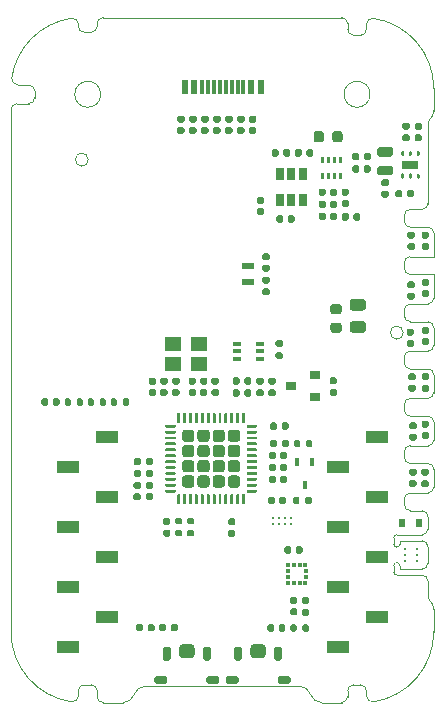
<source format=gtp>
G04 #@! TF.GenerationSoftware,KiCad,Pcbnew,(5.1.10)-1*
G04 #@! TF.CreationDate,2021-09-23T13:54:31+08:00*
G04 #@! TF.ProjectId,BeagleConnect Freedom,42656167-6c65-4436-9f6e-6e6563742046,B*
G04 #@! TF.SameCoordinates,Original*
G04 #@! TF.FileFunction,Paste,Top*
G04 #@! TF.FilePolarity,Positive*
%FSLAX46Y46*%
G04 Gerber Fmt 4.6, Leading zero omitted, Abs format (unit mm)*
G04 Created by KiCad (PCBNEW (5.1.10)-1) date 2021-09-23 13:54:31*
%MOMM*%
%LPD*%
G01*
G04 APERTURE LIST*
G04 #@! TA.AperFunction,Profile*
%ADD10C,0.050000*%
G04 #@! TD*
%ADD11R,1.900000X1.000000*%
%ADD12R,0.600000X0.700000*%
%ADD13C,0.263000*%
%ADD14R,0.600000X1.160000*%
%ADD15R,0.300000X1.160000*%
%ADD16R,1.350000X0.650000*%
%ADD17R,0.375000X0.350000*%
%ADD18R,0.350000X0.375000*%
%ADD19R,0.900000X0.800000*%
%ADD20R,1.100000X0.600000*%
%ADD21R,0.650000X1.060000*%
%ADD22R,1.400000X1.200000*%
%ADD23R,0.450000X0.700000*%
%ADD24R,0.650000X0.400000*%
%ADD25C,0.304800*%
G04 APERTURE END LIST*
D10*
X289279000Y-51088000D02*
G75*
G03*
X289279000Y-51088000I-550000J0D01*
G01*
X262609000Y-36441000D02*
G75*
G03*
X262609000Y-36441000I-550000J0D01*
G01*
X291863382Y-48158779D02*
X291863382Y-46158779D01*
X291863382Y-48158779D02*
G75*
G02*
X291363382Y-48658779I-500000J0D01*
G01*
X289863382Y-48658779D02*
X291363382Y-48658779D01*
X289363382Y-49158779D02*
G75*
G02*
X289863382Y-48658779I500000J0D01*
G01*
X289363382Y-49658779D02*
X289363382Y-49158779D01*
X289863382Y-50158779D02*
G75*
G02*
X289363382Y-49658779I0J500000D01*
G01*
X291363382Y-50158779D02*
X289863382Y-50158779D01*
X291363382Y-50158779D02*
G75*
G02*
X291863382Y-50658779I0J-500000D01*
G01*
X291863382Y-52158779D02*
X291863382Y-50658779D01*
X291863382Y-52158779D02*
G75*
G02*
X291363382Y-52658779I-500000J0D01*
G01*
X289863382Y-52658779D02*
X291363382Y-52658779D01*
X289363382Y-53158779D02*
G75*
G02*
X289863382Y-52658779I500000J0D01*
G01*
X289363382Y-53658779D02*
X289363382Y-53158779D01*
X289863382Y-54158779D02*
G75*
G02*
X289363382Y-53658779I0J500000D01*
G01*
X291363382Y-54158779D02*
X289863382Y-54158779D01*
X291363382Y-54158779D02*
G75*
G02*
X291863382Y-54658779I0J-500000D01*
G01*
X291863382Y-56158779D02*
X291863382Y-54658779D01*
X291863382Y-56158779D02*
G75*
G02*
X291363382Y-56658779I-500000J0D01*
G01*
X289863382Y-56658779D02*
X291363382Y-56658779D01*
X289363382Y-57158779D02*
G75*
G02*
X289863382Y-56658779I500000J0D01*
G01*
X289363382Y-57658779D02*
X289363382Y-57158779D01*
X289863382Y-58158779D02*
G75*
G02*
X289363382Y-57658779I0J500000D01*
G01*
X291363382Y-58158779D02*
X289863382Y-58158779D01*
X291363382Y-58158779D02*
G75*
G02*
X291863382Y-58658779I0J-500000D01*
G01*
X291863382Y-60158779D02*
X291863382Y-58658779D01*
X291863382Y-60158779D02*
G75*
G02*
X291363382Y-60658779I-500000J0D01*
G01*
X289863382Y-60658779D02*
X291363382Y-60658779D01*
X289363382Y-61158779D02*
G75*
G02*
X289863382Y-60658779I500000J0D01*
G01*
X289363382Y-61658779D02*
X289363382Y-61158779D01*
X289863382Y-62158779D02*
G75*
G02*
X289363382Y-61658779I0J500000D01*
G01*
X291363382Y-62158779D02*
X289863382Y-62158779D01*
X291363382Y-62158779D02*
G75*
G02*
X291863382Y-62658779I0J-500000D01*
G01*
X291863382Y-64158779D02*
X291863382Y-62658779D01*
X291863382Y-64158779D02*
G75*
G02*
X291363382Y-64658779I-500000J0D01*
G01*
X289863382Y-64658779D02*
X291363382Y-64658779D01*
X289363382Y-65158779D02*
G75*
G02*
X289863382Y-64658779I500000J0D01*
G01*
X289363382Y-65658779D02*
X289363382Y-65158779D01*
X289863382Y-66158779D02*
G75*
G02*
X289363382Y-65658779I0J500000D01*
G01*
X290863382Y-66158779D02*
X289863382Y-66158779D01*
X290863382Y-66158779D02*
G75*
G02*
X291363382Y-66658779I0J-500000D01*
G01*
X291363382Y-67708779D02*
X291363382Y-66658779D01*
X291363382Y-67708779D02*
G75*
G02*
X290863382Y-68208779I-500000J0D01*
G01*
X288713382Y-68208779D02*
X290863382Y-68208779D01*
X288463382Y-68458779D02*
G75*
G02*
X288713382Y-68208779I250000J0D01*
G01*
X288463382Y-69008779D02*
X288463382Y-68458779D01*
X288963382Y-69008779D02*
G75*
G02*
X288463382Y-69008779I-250000J0D01*
G01*
X288963382Y-68708779D02*
X288963382Y-69008779D01*
X290863382Y-68708779D02*
X288963382Y-68708779D01*
X290863382Y-68708779D02*
G75*
G02*
X291363382Y-69208779I0J-500000D01*
G01*
X291363382Y-70608779D02*
X291363382Y-69208779D01*
X291363382Y-70608779D02*
G75*
G02*
X290863382Y-71108779I-500000J0D01*
G01*
X288963382Y-71108779D02*
X290863382Y-71108779D01*
X288963382Y-70808779D02*
X288963382Y-71108779D01*
X288463382Y-70808779D02*
G75*
G02*
X288963382Y-70808779I250000J0D01*
G01*
X288463382Y-71358779D02*
X288463382Y-70808779D01*
X288713382Y-71608779D02*
G75*
G02*
X288463382Y-71358779I0J250000D01*
G01*
X290863382Y-71608779D02*
X288713382Y-71608779D01*
X290863382Y-71608779D02*
G75*
G02*
X291363382Y-72108779I0J-500000D01*
G01*
X291363382Y-73408779D02*
X291363382Y-72108779D01*
X291530049Y-73781457D02*
G75*
G02*
X291363382Y-73408779I333333J372678D01*
G01*
X291530049Y-73781457D02*
G75*
G02*
X291863382Y-74526813I-666667J-745356D01*
G01*
X291863382Y-76408779D02*
X291863382Y-74526813D01*
X291863381Y-76408779D02*
G75*
G02*
X286736109Y-82344968I-5999999J0D01*
G01*
X286736109Y-82344968D02*
G75*
G02*
X286163382Y-81850286I-72727J494682D01*
G01*
X286163382Y-81408779D02*
X286163382Y-81850286D01*
X285663382Y-80908779D02*
G75*
G02*
X286163382Y-81408779I0J-500000D01*
G01*
X285063382Y-80908779D02*
X285663382Y-80908779D01*
X284563382Y-81408779D02*
G75*
G02*
X285063382Y-80908779I500000J0D01*
G01*
X284563382Y-81908779D02*
X284563382Y-81408779D01*
X284563382Y-81908779D02*
G75*
G02*
X284063382Y-82408779I-500000J0D01*
G01*
X282371260Y-82408779D02*
X284063382Y-82408779D01*
X282371260Y-82408779D02*
G75*
G02*
X281417321Y-81708779I0J1000000D01*
G01*
X280463382Y-81008779D02*
G75*
G02*
X281417321Y-81708779I0J-1000000D01*
G01*
X267463382Y-81008779D02*
X280463382Y-81008779D01*
X266509443Y-81708779D02*
G75*
G02*
X267463382Y-81008779I953939J-300000D01*
G01*
X266509442Y-81708779D02*
G75*
G02*
X265555503Y-82408779I-953939J300000D01*
G01*
X263863382Y-82408779D02*
X265555503Y-82408779D01*
X263863382Y-82408779D02*
G75*
G02*
X263363382Y-81908779I0J500000D01*
G01*
X263363382Y-81408779D02*
X263363382Y-81908779D01*
X262863382Y-80908779D02*
G75*
G02*
X263363382Y-81408779I0J-500000D01*
G01*
X262263382Y-80908779D02*
X262863382Y-80908779D01*
X261763382Y-81408779D02*
G75*
G02*
X262263382Y-80908779I500000J0D01*
G01*
X261763382Y-81850286D02*
X261763382Y-81408779D01*
X261763382Y-81850287D02*
G75*
G02*
X261190654Y-82344968I-500000J1D01*
G01*
X261190655Y-82344969D02*
G75*
G02*
X256063382Y-76408779I872727J5936190D01*
G01*
X256063382Y-32208779D02*
X256063382Y-76408779D01*
X256063382Y-32208779D02*
G75*
G02*
X256563382Y-31708779I500000J0D01*
G01*
X257563382Y-31708779D02*
X256563382Y-31708779D01*
X258063382Y-31208779D02*
G75*
G02*
X257563382Y-31708779I-500000J0D01*
G01*
X258063382Y-30608779D02*
X258063382Y-31208779D01*
X257563382Y-30108779D02*
G75*
G02*
X258063382Y-30608779I0J-500000D01*
G01*
X256621874Y-30108779D02*
X257563382Y-30108779D01*
X256621874Y-30108778D02*
G75*
G02*
X256127192Y-29536052I0J499999D01*
G01*
X256127192Y-29536052D02*
G75*
G02*
X261190654Y-24472589I5936190J-872727D01*
G01*
X261190655Y-24472590D02*
G75*
G02*
X261763382Y-24967272I72727J-494682D01*
G01*
X261763382Y-25158779D02*
X261763382Y-24967272D01*
X262263382Y-25658779D02*
G75*
G02*
X261763382Y-25158779I0J500000D01*
G01*
X262863382Y-25658779D02*
X262263382Y-25658779D01*
X263363382Y-25158779D02*
G75*
G02*
X262863382Y-25658779I-500000J0D01*
G01*
X263363382Y-24908779D02*
X263363382Y-25158779D01*
X263363382Y-24908779D02*
G75*
G02*
X263863382Y-24408779I500000J0D01*
G01*
X284063382Y-24408779D02*
X263863382Y-24408779D01*
X284063382Y-24408779D02*
G75*
G02*
X284563382Y-24908779I0J-500000D01*
G01*
X284563382Y-25408779D02*
X284563382Y-24908779D01*
X285063382Y-25908779D02*
G75*
G02*
X284563382Y-25408779I0J500000D01*
G01*
X285663382Y-25908779D02*
X285063382Y-25908779D01*
X286163382Y-25408779D02*
G75*
G02*
X285663382Y-25908779I-500000J0D01*
G01*
X286163382Y-24967272D02*
X286163382Y-25408779D01*
X286163382Y-24967272D02*
G75*
G02*
X286736109Y-24472589I500000J0D01*
G01*
X286736109Y-24472589D02*
G75*
G02*
X291863382Y-30408779I-872727J-5936190D01*
G01*
X291863382Y-32290745D02*
X291863382Y-30408779D01*
X291863382Y-32290746D02*
G75*
G02*
X291530048Y-33036101I-1000000J1D01*
G01*
X291363382Y-33408779D02*
G75*
G02*
X291530048Y-33036101I500000J0D01*
G01*
X291363382Y-40158779D02*
X291363382Y-33408779D01*
X291363382Y-40158779D02*
G75*
G02*
X290863382Y-40658779I-500000J0D01*
G01*
X289863382Y-40658779D02*
X290863382Y-40658779D01*
X289363382Y-41158779D02*
G75*
G02*
X289863382Y-40658779I500000J0D01*
G01*
X289363382Y-41658779D02*
X289363382Y-41158779D01*
X289863382Y-42158779D02*
G75*
G02*
X289363382Y-41658779I0J500000D01*
G01*
X291363382Y-42158779D02*
X289863382Y-42158779D01*
X291363382Y-42158779D02*
G75*
G02*
X291863382Y-42658779I0J-500000D01*
G01*
X291863382Y-44658779D02*
X291863382Y-42658779D01*
X289863382Y-44658779D02*
X291863382Y-44658779D01*
X289363382Y-45158779D02*
G75*
G02*
X289863382Y-44658779I500000J0D01*
G01*
X289363382Y-45658779D02*
X289363382Y-45158779D01*
X289863382Y-46158779D02*
G75*
G02*
X289363382Y-45658779I0J500000D01*
G01*
X291863382Y-46158779D02*
X289863382Y-46158779D01*
X289363382Y-57658779D02*
X289363382Y-57158779D01*
X289863382Y-58158779D02*
G75*
G02*
X289363382Y-57658779I0J500000D01*
G01*
X291363382Y-58158779D02*
X289863382Y-58158779D01*
X291363382Y-58158779D02*
G75*
G02*
X291863382Y-58658779I0J-500000D01*
G01*
X291863382Y-60158779D02*
X291863382Y-58658779D01*
X291863382Y-60158779D02*
G75*
G02*
X291363382Y-60658779I-500000J0D01*
G01*
X289863382Y-60658779D02*
X291363382Y-60658779D01*
X289363382Y-61158779D02*
G75*
G02*
X289863382Y-60658779I500000J0D01*
G01*
X289363382Y-61658779D02*
X289363382Y-61158779D01*
X289863382Y-62158779D02*
G75*
G02*
X289363382Y-61658779I0J500000D01*
G01*
X291363382Y-62158779D02*
X289863382Y-62158779D01*
X291363382Y-62158779D02*
G75*
G02*
X291863382Y-62658779I0J-500000D01*
G01*
X291863382Y-64158779D02*
X291863382Y-62658779D01*
X291863382Y-64158779D02*
G75*
G02*
X291363382Y-64658779I-500000J0D01*
G01*
X289863382Y-64658779D02*
X291363382Y-64658779D01*
X289363382Y-65158779D02*
G75*
G02*
X289863382Y-64658779I500000J0D01*
G01*
X289363382Y-65658779D02*
X289363382Y-65158779D01*
X289863382Y-66158779D02*
G75*
G02*
X289363382Y-65658779I0J500000D01*
G01*
X290863382Y-66158779D02*
X289863382Y-66158779D01*
X290863382Y-66158779D02*
G75*
G02*
X291363382Y-66658779I0J-500000D01*
G01*
X291363382Y-67708779D02*
X291363382Y-66658779D01*
X291363382Y-67708779D02*
G75*
G02*
X290863382Y-68208779I-500000J0D01*
G01*
X288713382Y-68208779D02*
X290863382Y-68208779D01*
X288463382Y-68458779D02*
G75*
G02*
X288713382Y-68208779I250000J0D01*
G01*
X288463382Y-69008779D02*
X288463382Y-68458779D01*
X288963382Y-69008779D02*
G75*
G02*
X288463382Y-69008779I-250000J0D01*
G01*
X288963382Y-68708779D02*
X288963382Y-69008779D01*
X290863382Y-68708779D02*
X288963382Y-68708779D01*
X290863382Y-68708779D02*
G75*
G02*
X291363382Y-69208779I0J-500000D01*
G01*
X291363382Y-70608779D02*
X291363382Y-69208779D01*
X291363382Y-70608779D02*
G75*
G02*
X290863382Y-71108779I-500000J0D01*
G01*
X288963382Y-71108779D02*
X290863382Y-71108779D01*
X288963382Y-70808779D02*
X288963382Y-71108779D01*
X288463382Y-70808779D02*
G75*
G02*
X288963382Y-70808779I250000J0D01*
G01*
X288463382Y-71358779D02*
X288463382Y-70808779D01*
X288713382Y-71608779D02*
G75*
G02*
X288463382Y-71358779I0J250000D01*
G01*
X290863382Y-71608779D02*
X288713382Y-71608779D01*
X290863382Y-71608779D02*
G75*
G02*
X291363382Y-72108779I0J-500000D01*
G01*
X291363382Y-73408779D02*
X291363382Y-72108779D01*
X291530049Y-73781457D02*
G75*
G02*
X291363382Y-73408779I333333J372678D01*
G01*
X291530049Y-73781457D02*
G75*
G02*
X291863382Y-74526813I-666667J-745356D01*
G01*
X291863382Y-76408779D02*
X291863382Y-74526813D01*
X291863381Y-76408779D02*
G75*
G02*
X286736109Y-82344968I-5999999J0D01*
G01*
X286736109Y-82344968D02*
G75*
G02*
X286163382Y-81850286I-72727J494682D01*
G01*
X286163382Y-81408779D02*
X286163382Y-81850286D01*
X285663382Y-80908779D02*
G75*
G02*
X286163382Y-81408779I0J-500000D01*
G01*
X285063382Y-80908779D02*
X285663382Y-80908779D01*
X284563382Y-81408779D02*
G75*
G02*
X285063382Y-80908779I500000J0D01*
G01*
X284563382Y-81908779D02*
X284563382Y-81408779D01*
X284563382Y-81908779D02*
G75*
G02*
X284063382Y-82408779I-500000J0D01*
G01*
X282371260Y-82408779D02*
X284063382Y-82408779D01*
X282371260Y-82408779D02*
G75*
G02*
X281417321Y-81708779I0J1000000D01*
G01*
X280463382Y-81008779D02*
G75*
G02*
X281417321Y-81708779I0J-1000000D01*
G01*
X267463382Y-81008779D02*
X280463382Y-81008779D01*
X266509443Y-81708779D02*
G75*
G02*
X267463382Y-81008779I953939J-300000D01*
G01*
X266509442Y-81708779D02*
G75*
G02*
X265555503Y-82408779I-953939J300000D01*
G01*
X263863382Y-82408779D02*
X265555503Y-82408779D01*
X263863382Y-82408779D02*
G75*
G02*
X263363382Y-81908779I0J500000D01*
G01*
X263363382Y-81408779D02*
X263363382Y-81908779D01*
X262863382Y-80908779D02*
G75*
G02*
X263363382Y-81408779I0J-500000D01*
G01*
X262263382Y-80908779D02*
X262863382Y-80908779D01*
X261763382Y-81408779D02*
G75*
G02*
X262263382Y-80908779I500000J0D01*
G01*
X261763382Y-81850286D02*
X261763382Y-81408779D01*
X261763382Y-81850287D02*
G75*
G02*
X261190654Y-82344968I-500000J1D01*
G01*
X261190655Y-82344969D02*
G75*
G02*
X256063382Y-76408779I872727J5936190D01*
G01*
X256063382Y-32208779D02*
X256063382Y-76408779D01*
X256063382Y-32208779D02*
G75*
G02*
X256563382Y-31708779I500000J0D01*
G01*
X257563382Y-31708779D02*
X256563382Y-31708779D01*
X258063382Y-31208779D02*
G75*
G02*
X257563382Y-31708779I-500000J0D01*
G01*
X258063382Y-30608779D02*
X258063382Y-31208779D01*
X257563382Y-30108779D02*
G75*
G02*
X258063382Y-30608779I0J-500000D01*
G01*
X256621874Y-30108779D02*
X257563382Y-30108779D01*
X256621874Y-30108778D02*
G75*
G02*
X256127192Y-29536052I0J499999D01*
G01*
X256127192Y-29536052D02*
G75*
G02*
X261190654Y-24472589I5936190J-872727D01*
G01*
X261190655Y-24472590D02*
G75*
G02*
X261763382Y-24967272I72727J-494682D01*
G01*
X261763382Y-25158779D02*
X261763382Y-24967272D01*
X262263382Y-25658779D02*
G75*
G02*
X261763382Y-25158779I0J500000D01*
G01*
X262863382Y-25658779D02*
X262263382Y-25658779D01*
X263363382Y-25158779D02*
G75*
G02*
X262863382Y-25658779I-500000J0D01*
G01*
X263363382Y-24908779D02*
X263363382Y-25158779D01*
X263363382Y-24908779D02*
G75*
G02*
X263863382Y-24408779I500000J0D01*
G01*
X284063382Y-24408779D02*
X263863382Y-24408779D01*
X284063382Y-24408779D02*
G75*
G02*
X284563382Y-24908779I0J-500000D01*
G01*
X284563382Y-25408779D02*
X284563382Y-24908779D01*
X285063382Y-25908779D02*
G75*
G02*
X284563382Y-25408779I0J500000D01*
G01*
X285663382Y-25908779D02*
X285063382Y-25908779D01*
X286163382Y-25408779D02*
G75*
G02*
X285663382Y-25908779I-500000J0D01*
G01*
X286163382Y-24967272D02*
X286163382Y-25408779D01*
X286163382Y-24967272D02*
G75*
G02*
X286736109Y-24472589I500000J0D01*
G01*
X286736109Y-24472589D02*
G75*
G02*
X291863382Y-30408779I-872727J-5936190D01*
G01*
X291863382Y-32290745D02*
X291863382Y-30408779D01*
X291863382Y-32290746D02*
G75*
G02*
X291530048Y-33036101I-1000000J1D01*
G01*
X291363382Y-33408779D02*
G75*
G02*
X291530048Y-33036101I500000J0D01*
G01*
X291363382Y-40158779D02*
X291363382Y-33408779D01*
X291363382Y-40158779D02*
G75*
G02*
X290863382Y-40658779I-500000J0D01*
G01*
X289863382Y-40658779D02*
X290863382Y-40658779D01*
X289363382Y-41158779D02*
G75*
G02*
X289863382Y-40658779I500000J0D01*
G01*
X289363382Y-41658779D02*
X289363382Y-41158779D01*
X289863382Y-42158779D02*
G75*
G02*
X289363382Y-41658779I0J500000D01*
G01*
X291363382Y-42158779D02*
X289863382Y-42158779D01*
X291363382Y-42158779D02*
G75*
G02*
X291863382Y-42658779I0J-500000D01*
G01*
X291863382Y-44658779D02*
X291863382Y-42658779D01*
X289863382Y-44658779D02*
X291863382Y-44658779D01*
X289363382Y-45158779D02*
G75*
G02*
X289863382Y-44658779I500000J0D01*
G01*
X289363382Y-45658779D02*
X289363382Y-45158779D01*
X289863382Y-46158779D02*
G75*
G02*
X289363382Y-45658779I0J500000D01*
G01*
X291863382Y-46158779D02*
X289863382Y-46158779D01*
X291863382Y-48158779D02*
X291863382Y-46158779D01*
X291863382Y-48158779D02*
G75*
G02*
X291363382Y-48658779I-500000J0D01*
G01*
X289863382Y-48658779D02*
X291363382Y-48658779D01*
X289363382Y-49158779D02*
G75*
G02*
X289863382Y-48658779I500000J0D01*
G01*
X289363382Y-49658779D02*
X289363382Y-49158779D01*
X289863382Y-50158779D02*
G75*
G02*
X289363382Y-49658779I0J500000D01*
G01*
X291363382Y-50158779D02*
X289863382Y-50158779D01*
X291363382Y-50158779D02*
G75*
G02*
X291863382Y-50658779I0J-500000D01*
G01*
X291863382Y-52158779D02*
X291863382Y-50658779D01*
X291863382Y-52158779D02*
G75*
G02*
X291363382Y-52658779I-500000J0D01*
G01*
X289863382Y-52658779D02*
X291363382Y-52658779D01*
X289363382Y-53158779D02*
G75*
G02*
X289863382Y-52658779I500000J0D01*
G01*
X289363382Y-53658779D02*
X289363382Y-53158779D01*
X289863382Y-54158779D02*
G75*
G02*
X289363382Y-53658779I0J500000D01*
G01*
X291363382Y-54158779D02*
X289863382Y-54158779D01*
X291363382Y-54158779D02*
G75*
G02*
X291863382Y-54658779I0J-500000D01*
G01*
X291863382Y-56158779D02*
X291863382Y-54658779D01*
X291863382Y-56158779D02*
G75*
G02*
X291363382Y-56658779I-500000J0D01*
G01*
X289863382Y-56658779D02*
X291363382Y-56658779D01*
X289363382Y-57158779D02*
G75*
G02*
X289863382Y-56658779I500000J0D01*
G01*
X286463382Y-30908779D02*
G75*
G03*
X286463382Y-30908779I-1100000J0D01*
G01*
X263663382Y-30908779D02*
G75*
G03*
X263663382Y-30908779I-1100000J0D01*
G01*
X286463382Y-30908779D02*
G75*
G03*
X286463382Y-30908779I-1100000J0D01*
G01*
X263663382Y-30908779D02*
G75*
G03*
X263663382Y-30908779I-1100000J0D01*
G01*
G36*
G01*
X274425000Y-63965000D02*
X274425000Y-63425000D01*
G75*
G02*
X274675000Y-63175000I250000J0D01*
G01*
X275215000Y-63175000D01*
G75*
G02*
X275465000Y-63425000I0J-250000D01*
G01*
X275465000Y-63965000D01*
G75*
G02*
X275215000Y-64215000I-250000J0D01*
G01*
X274675000Y-64215000D01*
G75*
G02*
X274425000Y-63965000I0J250000D01*
G01*
G37*
G36*
G01*
X274425000Y-62675000D02*
X274425000Y-62135000D01*
G75*
G02*
X274675000Y-61885000I250000J0D01*
G01*
X275215000Y-61885000D01*
G75*
G02*
X275465000Y-62135000I0J-250000D01*
G01*
X275465000Y-62675000D01*
G75*
G02*
X275215000Y-62925000I-250000J0D01*
G01*
X274675000Y-62925000D01*
G75*
G02*
X274425000Y-62675000I0J250000D01*
G01*
G37*
G36*
G01*
X274425000Y-61385000D02*
X274425000Y-60845000D01*
G75*
G02*
X274675000Y-60595000I250000J0D01*
G01*
X275215000Y-60595000D01*
G75*
G02*
X275465000Y-60845000I0J-250000D01*
G01*
X275465000Y-61385000D01*
G75*
G02*
X275215000Y-61635000I-250000J0D01*
G01*
X274675000Y-61635000D01*
G75*
G02*
X274425000Y-61385000I0J250000D01*
G01*
G37*
G36*
G01*
X274425000Y-60095000D02*
X274425000Y-59555000D01*
G75*
G02*
X274675000Y-59305000I250000J0D01*
G01*
X275215000Y-59305000D01*
G75*
G02*
X275465000Y-59555000I0J-250000D01*
G01*
X275465000Y-60095000D01*
G75*
G02*
X275215000Y-60345000I-250000J0D01*
G01*
X274675000Y-60345000D01*
G75*
G02*
X274425000Y-60095000I0J250000D01*
G01*
G37*
G36*
G01*
X273135000Y-63965000D02*
X273135000Y-63425000D01*
G75*
G02*
X273385000Y-63175000I250000J0D01*
G01*
X273925000Y-63175000D01*
G75*
G02*
X274175000Y-63425000I0J-250000D01*
G01*
X274175000Y-63965000D01*
G75*
G02*
X273925000Y-64215000I-250000J0D01*
G01*
X273385000Y-64215000D01*
G75*
G02*
X273135000Y-63965000I0J250000D01*
G01*
G37*
G36*
G01*
X273135000Y-62675000D02*
X273135000Y-62135000D01*
G75*
G02*
X273385000Y-61885000I250000J0D01*
G01*
X273925000Y-61885000D01*
G75*
G02*
X274175000Y-62135000I0J-250000D01*
G01*
X274175000Y-62675000D01*
G75*
G02*
X273925000Y-62925000I-250000J0D01*
G01*
X273385000Y-62925000D01*
G75*
G02*
X273135000Y-62675000I0J250000D01*
G01*
G37*
G36*
G01*
X273135000Y-61385000D02*
X273135000Y-60845000D01*
G75*
G02*
X273385000Y-60595000I250000J0D01*
G01*
X273925000Y-60595000D01*
G75*
G02*
X274175000Y-60845000I0J-250000D01*
G01*
X274175000Y-61385000D01*
G75*
G02*
X273925000Y-61635000I-250000J0D01*
G01*
X273385000Y-61635000D01*
G75*
G02*
X273135000Y-61385000I0J250000D01*
G01*
G37*
G36*
G01*
X273135000Y-60095000D02*
X273135000Y-59555000D01*
G75*
G02*
X273385000Y-59305000I250000J0D01*
G01*
X273925000Y-59305000D01*
G75*
G02*
X274175000Y-59555000I0J-250000D01*
G01*
X274175000Y-60095000D01*
G75*
G02*
X273925000Y-60345000I-250000J0D01*
G01*
X273385000Y-60345000D01*
G75*
G02*
X273135000Y-60095000I0J250000D01*
G01*
G37*
G36*
G01*
X271845000Y-63965000D02*
X271845000Y-63425000D01*
G75*
G02*
X272095000Y-63175000I250000J0D01*
G01*
X272635000Y-63175000D01*
G75*
G02*
X272885000Y-63425000I0J-250000D01*
G01*
X272885000Y-63965000D01*
G75*
G02*
X272635000Y-64215000I-250000J0D01*
G01*
X272095000Y-64215000D01*
G75*
G02*
X271845000Y-63965000I0J250000D01*
G01*
G37*
G36*
G01*
X271845000Y-62675000D02*
X271845000Y-62135000D01*
G75*
G02*
X272095000Y-61885000I250000J0D01*
G01*
X272635000Y-61885000D01*
G75*
G02*
X272885000Y-62135000I0J-250000D01*
G01*
X272885000Y-62675000D01*
G75*
G02*
X272635000Y-62925000I-250000J0D01*
G01*
X272095000Y-62925000D01*
G75*
G02*
X271845000Y-62675000I0J250000D01*
G01*
G37*
G36*
G01*
X271845000Y-61385000D02*
X271845000Y-60845000D01*
G75*
G02*
X272095000Y-60595000I250000J0D01*
G01*
X272635000Y-60595000D01*
G75*
G02*
X272885000Y-60845000I0J-250000D01*
G01*
X272885000Y-61385000D01*
G75*
G02*
X272635000Y-61635000I-250000J0D01*
G01*
X272095000Y-61635000D01*
G75*
G02*
X271845000Y-61385000I0J250000D01*
G01*
G37*
G36*
G01*
X271845000Y-60095000D02*
X271845000Y-59555000D01*
G75*
G02*
X272095000Y-59305000I250000J0D01*
G01*
X272635000Y-59305000D01*
G75*
G02*
X272885000Y-59555000I0J-250000D01*
G01*
X272885000Y-60095000D01*
G75*
G02*
X272635000Y-60345000I-250000J0D01*
G01*
X272095000Y-60345000D01*
G75*
G02*
X271845000Y-60095000I0J250000D01*
G01*
G37*
G36*
G01*
X270555000Y-63965000D02*
X270555000Y-63425000D01*
G75*
G02*
X270805000Y-63175000I250000J0D01*
G01*
X271345000Y-63175000D01*
G75*
G02*
X271595000Y-63425000I0J-250000D01*
G01*
X271595000Y-63965000D01*
G75*
G02*
X271345000Y-64215000I-250000J0D01*
G01*
X270805000Y-64215000D01*
G75*
G02*
X270555000Y-63965000I0J250000D01*
G01*
G37*
G36*
G01*
X270555000Y-62675000D02*
X270555000Y-62135000D01*
G75*
G02*
X270805000Y-61885000I250000J0D01*
G01*
X271345000Y-61885000D01*
G75*
G02*
X271595000Y-62135000I0J-250000D01*
G01*
X271595000Y-62675000D01*
G75*
G02*
X271345000Y-62925000I-250000J0D01*
G01*
X270805000Y-62925000D01*
G75*
G02*
X270555000Y-62675000I0J250000D01*
G01*
G37*
G36*
G01*
X270555000Y-61385000D02*
X270555000Y-60845000D01*
G75*
G02*
X270805000Y-60595000I250000J0D01*
G01*
X271345000Y-60595000D01*
G75*
G02*
X271595000Y-60845000I0J-250000D01*
G01*
X271595000Y-61385000D01*
G75*
G02*
X271345000Y-61635000I-250000J0D01*
G01*
X270805000Y-61635000D01*
G75*
G02*
X270555000Y-61385000I0J250000D01*
G01*
G37*
G36*
G01*
X270555000Y-60095000D02*
X270555000Y-59555000D01*
G75*
G02*
X270805000Y-59305000I250000J0D01*
G01*
X271345000Y-59305000D01*
G75*
G02*
X271595000Y-59555000I0J-250000D01*
G01*
X271595000Y-60095000D01*
G75*
G02*
X271345000Y-60345000I-250000J0D01*
G01*
X270805000Y-60345000D01*
G75*
G02*
X270555000Y-60095000I0J250000D01*
G01*
G37*
G36*
G01*
X270135000Y-58697500D02*
X270135000Y-57947500D01*
G75*
G02*
X270197500Y-57885000I62500J0D01*
G01*
X270322500Y-57885000D01*
G75*
G02*
X270385000Y-57947500I0J-62500D01*
G01*
X270385000Y-58697500D01*
G75*
G02*
X270322500Y-58760000I-62500J0D01*
G01*
X270197500Y-58760000D01*
G75*
G02*
X270135000Y-58697500I0J62500D01*
G01*
G37*
G36*
G01*
X270635000Y-58697500D02*
X270635000Y-57947500D01*
G75*
G02*
X270697500Y-57885000I62500J0D01*
G01*
X270822500Y-57885000D01*
G75*
G02*
X270885000Y-57947500I0J-62500D01*
G01*
X270885000Y-58697500D01*
G75*
G02*
X270822500Y-58760000I-62500J0D01*
G01*
X270697500Y-58760000D01*
G75*
G02*
X270635000Y-58697500I0J62500D01*
G01*
G37*
G36*
G01*
X271135000Y-58697500D02*
X271135000Y-57947500D01*
G75*
G02*
X271197500Y-57885000I62500J0D01*
G01*
X271322500Y-57885000D01*
G75*
G02*
X271385000Y-57947500I0J-62500D01*
G01*
X271385000Y-58697500D01*
G75*
G02*
X271322500Y-58760000I-62500J0D01*
G01*
X271197500Y-58760000D01*
G75*
G02*
X271135000Y-58697500I0J62500D01*
G01*
G37*
G36*
G01*
X271635000Y-58697500D02*
X271635000Y-57947500D01*
G75*
G02*
X271697500Y-57885000I62500J0D01*
G01*
X271822500Y-57885000D01*
G75*
G02*
X271885000Y-57947500I0J-62500D01*
G01*
X271885000Y-58697500D01*
G75*
G02*
X271822500Y-58760000I-62500J0D01*
G01*
X271697500Y-58760000D01*
G75*
G02*
X271635000Y-58697500I0J62500D01*
G01*
G37*
G36*
G01*
X272135000Y-58697500D02*
X272135000Y-57947500D01*
G75*
G02*
X272197500Y-57885000I62500J0D01*
G01*
X272322500Y-57885000D01*
G75*
G02*
X272385000Y-57947500I0J-62500D01*
G01*
X272385000Y-58697500D01*
G75*
G02*
X272322500Y-58760000I-62500J0D01*
G01*
X272197500Y-58760000D01*
G75*
G02*
X272135000Y-58697500I0J62500D01*
G01*
G37*
G36*
G01*
X272635000Y-58697500D02*
X272635000Y-57947500D01*
G75*
G02*
X272697500Y-57885000I62500J0D01*
G01*
X272822500Y-57885000D01*
G75*
G02*
X272885000Y-57947500I0J-62500D01*
G01*
X272885000Y-58697500D01*
G75*
G02*
X272822500Y-58760000I-62500J0D01*
G01*
X272697500Y-58760000D01*
G75*
G02*
X272635000Y-58697500I0J62500D01*
G01*
G37*
G36*
G01*
X273135000Y-58697500D02*
X273135000Y-57947500D01*
G75*
G02*
X273197500Y-57885000I62500J0D01*
G01*
X273322500Y-57885000D01*
G75*
G02*
X273385000Y-57947500I0J-62500D01*
G01*
X273385000Y-58697500D01*
G75*
G02*
X273322500Y-58760000I-62500J0D01*
G01*
X273197500Y-58760000D01*
G75*
G02*
X273135000Y-58697500I0J62500D01*
G01*
G37*
G36*
G01*
X273635000Y-58697500D02*
X273635000Y-57947500D01*
G75*
G02*
X273697500Y-57885000I62500J0D01*
G01*
X273822500Y-57885000D01*
G75*
G02*
X273885000Y-57947500I0J-62500D01*
G01*
X273885000Y-58697500D01*
G75*
G02*
X273822500Y-58760000I-62500J0D01*
G01*
X273697500Y-58760000D01*
G75*
G02*
X273635000Y-58697500I0J62500D01*
G01*
G37*
G36*
G01*
X274135000Y-58697500D02*
X274135000Y-57947500D01*
G75*
G02*
X274197500Y-57885000I62500J0D01*
G01*
X274322500Y-57885000D01*
G75*
G02*
X274385000Y-57947500I0J-62500D01*
G01*
X274385000Y-58697500D01*
G75*
G02*
X274322500Y-58760000I-62500J0D01*
G01*
X274197500Y-58760000D01*
G75*
G02*
X274135000Y-58697500I0J62500D01*
G01*
G37*
G36*
G01*
X274635000Y-58697500D02*
X274635000Y-57947500D01*
G75*
G02*
X274697500Y-57885000I62500J0D01*
G01*
X274822500Y-57885000D01*
G75*
G02*
X274885000Y-57947500I0J-62500D01*
G01*
X274885000Y-58697500D01*
G75*
G02*
X274822500Y-58760000I-62500J0D01*
G01*
X274697500Y-58760000D01*
G75*
G02*
X274635000Y-58697500I0J62500D01*
G01*
G37*
G36*
G01*
X275135000Y-58697500D02*
X275135000Y-57947500D01*
G75*
G02*
X275197500Y-57885000I62500J0D01*
G01*
X275322500Y-57885000D01*
G75*
G02*
X275385000Y-57947500I0J-62500D01*
G01*
X275385000Y-58697500D01*
G75*
G02*
X275322500Y-58760000I-62500J0D01*
G01*
X275197500Y-58760000D01*
G75*
G02*
X275135000Y-58697500I0J62500D01*
G01*
G37*
G36*
G01*
X275635000Y-58697500D02*
X275635000Y-57947500D01*
G75*
G02*
X275697500Y-57885000I62500J0D01*
G01*
X275822500Y-57885000D01*
G75*
G02*
X275885000Y-57947500I0J-62500D01*
G01*
X275885000Y-58697500D01*
G75*
G02*
X275822500Y-58760000I-62500J0D01*
G01*
X275697500Y-58760000D01*
G75*
G02*
X275635000Y-58697500I0J62500D01*
G01*
G37*
G36*
G01*
X276010000Y-59072500D02*
X276010000Y-58947500D01*
G75*
G02*
X276072500Y-58885000I62500J0D01*
G01*
X276822500Y-58885000D01*
G75*
G02*
X276885000Y-58947500I0J-62500D01*
G01*
X276885000Y-59072500D01*
G75*
G02*
X276822500Y-59135000I-62500J0D01*
G01*
X276072500Y-59135000D01*
G75*
G02*
X276010000Y-59072500I0J62500D01*
G01*
G37*
G36*
G01*
X276010000Y-59572500D02*
X276010000Y-59447500D01*
G75*
G02*
X276072500Y-59385000I62500J0D01*
G01*
X276822500Y-59385000D01*
G75*
G02*
X276885000Y-59447500I0J-62500D01*
G01*
X276885000Y-59572500D01*
G75*
G02*
X276822500Y-59635000I-62500J0D01*
G01*
X276072500Y-59635000D01*
G75*
G02*
X276010000Y-59572500I0J62500D01*
G01*
G37*
G36*
G01*
X276010000Y-60072500D02*
X276010000Y-59947500D01*
G75*
G02*
X276072500Y-59885000I62500J0D01*
G01*
X276822500Y-59885000D01*
G75*
G02*
X276885000Y-59947500I0J-62500D01*
G01*
X276885000Y-60072500D01*
G75*
G02*
X276822500Y-60135000I-62500J0D01*
G01*
X276072500Y-60135000D01*
G75*
G02*
X276010000Y-60072500I0J62500D01*
G01*
G37*
G36*
G01*
X276010000Y-60572500D02*
X276010000Y-60447500D01*
G75*
G02*
X276072500Y-60385000I62500J0D01*
G01*
X276822500Y-60385000D01*
G75*
G02*
X276885000Y-60447500I0J-62500D01*
G01*
X276885000Y-60572500D01*
G75*
G02*
X276822500Y-60635000I-62500J0D01*
G01*
X276072500Y-60635000D01*
G75*
G02*
X276010000Y-60572500I0J62500D01*
G01*
G37*
G36*
G01*
X276010000Y-61072500D02*
X276010000Y-60947500D01*
G75*
G02*
X276072500Y-60885000I62500J0D01*
G01*
X276822500Y-60885000D01*
G75*
G02*
X276885000Y-60947500I0J-62500D01*
G01*
X276885000Y-61072500D01*
G75*
G02*
X276822500Y-61135000I-62500J0D01*
G01*
X276072500Y-61135000D01*
G75*
G02*
X276010000Y-61072500I0J62500D01*
G01*
G37*
G36*
G01*
X276010000Y-61572500D02*
X276010000Y-61447500D01*
G75*
G02*
X276072500Y-61385000I62500J0D01*
G01*
X276822500Y-61385000D01*
G75*
G02*
X276885000Y-61447500I0J-62500D01*
G01*
X276885000Y-61572500D01*
G75*
G02*
X276822500Y-61635000I-62500J0D01*
G01*
X276072500Y-61635000D01*
G75*
G02*
X276010000Y-61572500I0J62500D01*
G01*
G37*
G36*
G01*
X276010000Y-62072500D02*
X276010000Y-61947500D01*
G75*
G02*
X276072500Y-61885000I62500J0D01*
G01*
X276822500Y-61885000D01*
G75*
G02*
X276885000Y-61947500I0J-62500D01*
G01*
X276885000Y-62072500D01*
G75*
G02*
X276822500Y-62135000I-62500J0D01*
G01*
X276072500Y-62135000D01*
G75*
G02*
X276010000Y-62072500I0J62500D01*
G01*
G37*
G36*
G01*
X276010000Y-62572500D02*
X276010000Y-62447500D01*
G75*
G02*
X276072500Y-62385000I62500J0D01*
G01*
X276822500Y-62385000D01*
G75*
G02*
X276885000Y-62447500I0J-62500D01*
G01*
X276885000Y-62572500D01*
G75*
G02*
X276822500Y-62635000I-62500J0D01*
G01*
X276072500Y-62635000D01*
G75*
G02*
X276010000Y-62572500I0J62500D01*
G01*
G37*
G36*
G01*
X276010000Y-63072500D02*
X276010000Y-62947500D01*
G75*
G02*
X276072500Y-62885000I62500J0D01*
G01*
X276822500Y-62885000D01*
G75*
G02*
X276885000Y-62947500I0J-62500D01*
G01*
X276885000Y-63072500D01*
G75*
G02*
X276822500Y-63135000I-62500J0D01*
G01*
X276072500Y-63135000D01*
G75*
G02*
X276010000Y-63072500I0J62500D01*
G01*
G37*
G36*
G01*
X276010000Y-63572500D02*
X276010000Y-63447500D01*
G75*
G02*
X276072500Y-63385000I62500J0D01*
G01*
X276822500Y-63385000D01*
G75*
G02*
X276885000Y-63447500I0J-62500D01*
G01*
X276885000Y-63572500D01*
G75*
G02*
X276822500Y-63635000I-62500J0D01*
G01*
X276072500Y-63635000D01*
G75*
G02*
X276010000Y-63572500I0J62500D01*
G01*
G37*
G36*
G01*
X276010000Y-64072500D02*
X276010000Y-63947500D01*
G75*
G02*
X276072500Y-63885000I62500J0D01*
G01*
X276822500Y-63885000D01*
G75*
G02*
X276885000Y-63947500I0J-62500D01*
G01*
X276885000Y-64072500D01*
G75*
G02*
X276822500Y-64135000I-62500J0D01*
G01*
X276072500Y-64135000D01*
G75*
G02*
X276010000Y-64072500I0J62500D01*
G01*
G37*
G36*
G01*
X276010000Y-64572500D02*
X276010000Y-64447500D01*
G75*
G02*
X276072500Y-64385000I62500J0D01*
G01*
X276822500Y-64385000D01*
G75*
G02*
X276885000Y-64447500I0J-62500D01*
G01*
X276885000Y-64572500D01*
G75*
G02*
X276822500Y-64635000I-62500J0D01*
G01*
X276072500Y-64635000D01*
G75*
G02*
X276010000Y-64572500I0J62500D01*
G01*
G37*
G36*
G01*
X275635000Y-65572500D02*
X275635000Y-64822500D01*
G75*
G02*
X275697500Y-64760000I62500J0D01*
G01*
X275822500Y-64760000D01*
G75*
G02*
X275885000Y-64822500I0J-62500D01*
G01*
X275885000Y-65572500D01*
G75*
G02*
X275822500Y-65635000I-62500J0D01*
G01*
X275697500Y-65635000D01*
G75*
G02*
X275635000Y-65572500I0J62500D01*
G01*
G37*
G36*
G01*
X275135000Y-65572500D02*
X275135000Y-64822500D01*
G75*
G02*
X275197500Y-64760000I62500J0D01*
G01*
X275322500Y-64760000D01*
G75*
G02*
X275385000Y-64822500I0J-62500D01*
G01*
X275385000Y-65572500D01*
G75*
G02*
X275322500Y-65635000I-62500J0D01*
G01*
X275197500Y-65635000D01*
G75*
G02*
X275135000Y-65572500I0J62500D01*
G01*
G37*
G36*
G01*
X274635000Y-65572500D02*
X274635000Y-64822500D01*
G75*
G02*
X274697500Y-64760000I62500J0D01*
G01*
X274822500Y-64760000D01*
G75*
G02*
X274885000Y-64822500I0J-62500D01*
G01*
X274885000Y-65572500D01*
G75*
G02*
X274822500Y-65635000I-62500J0D01*
G01*
X274697500Y-65635000D01*
G75*
G02*
X274635000Y-65572500I0J62500D01*
G01*
G37*
G36*
G01*
X274135000Y-65572500D02*
X274135000Y-64822500D01*
G75*
G02*
X274197500Y-64760000I62500J0D01*
G01*
X274322500Y-64760000D01*
G75*
G02*
X274385000Y-64822500I0J-62500D01*
G01*
X274385000Y-65572500D01*
G75*
G02*
X274322500Y-65635000I-62500J0D01*
G01*
X274197500Y-65635000D01*
G75*
G02*
X274135000Y-65572500I0J62500D01*
G01*
G37*
G36*
G01*
X273635000Y-65572500D02*
X273635000Y-64822500D01*
G75*
G02*
X273697500Y-64760000I62500J0D01*
G01*
X273822500Y-64760000D01*
G75*
G02*
X273885000Y-64822500I0J-62500D01*
G01*
X273885000Y-65572500D01*
G75*
G02*
X273822500Y-65635000I-62500J0D01*
G01*
X273697500Y-65635000D01*
G75*
G02*
X273635000Y-65572500I0J62500D01*
G01*
G37*
G36*
G01*
X273135000Y-65572500D02*
X273135000Y-64822500D01*
G75*
G02*
X273197500Y-64760000I62500J0D01*
G01*
X273322500Y-64760000D01*
G75*
G02*
X273385000Y-64822500I0J-62500D01*
G01*
X273385000Y-65572500D01*
G75*
G02*
X273322500Y-65635000I-62500J0D01*
G01*
X273197500Y-65635000D01*
G75*
G02*
X273135000Y-65572500I0J62500D01*
G01*
G37*
G36*
G01*
X272635000Y-65572500D02*
X272635000Y-64822500D01*
G75*
G02*
X272697500Y-64760000I62500J0D01*
G01*
X272822500Y-64760000D01*
G75*
G02*
X272885000Y-64822500I0J-62500D01*
G01*
X272885000Y-65572500D01*
G75*
G02*
X272822500Y-65635000I-62500J0D01*
G01*
X272697500Y-65635000D01*
G75*
G02*
X272635000Y-65572500I0J62500D01*
G01*
G37*
G36*
G01*
X272135000Y-65572500D02*
X272135000Y-64822500D01*
G75*
G02*
X272197500Y-64760000I62500J0D01*
G01*
X272322500Y-64760000D01*
G75*
G02*
X272385000Y-64822500I0J-62500D01*
G01*
X272385000Y-65572500D01*
G75*
G02*
X272322500Y-65635000I-62500J0D01*
G01*
X272197500Y-65635000D01*
G75*
G02*
X272135000Y-65572500I0J62500D01*
G01*
G37*
G36*
G01*
X271635000Y-65572500D02*
X271635000Y-64822500D01*
G75*
G02*
X271697500Y-64760000I62500J0D01*
G01*
X271822500Y-64760000D01*
G75*
G02*
X271885000Y-64822500I0J-62500D01*
G01*
X271885000Y-65572500D01*
G75*
G02*
X271822500Y-65635000I-62500J0D01*
G01*
X271697500Y-65635000D01*
G75*
G02*
X271635000Y-65572500I0J62500D01*
G01*
G37*
G36*
G01*
X271135000Y-65572500D02*
X271135000Y-64822500D01*
G75*
G02*
X271197500Y-64760000I62500J0D01*
G01*
X271322500Y-64760000D01*
G75*
G02*
X271385000Y-64822500I0J-62500D01*
G01*
X271385000Y-65572500D01*
G75*
G02*
X271322500Y-65635000I-62500J0D01*
G01*
X271197500Y-65635000D01*
G75*
G02*
X271135000Y-65572500I0J62500D01*
G01*
G37*
G36*
G01*
X270635000Y-65572500D02*
X270635000Y-64822500D01*
G75*
G02*
X270697500Y-64760000I62500J0D01*
G01*
X270822500Y-64760000D01*
G75*
G02*
X270885000Y-64822500I0J-62500D01*
G01*
X270885000Y-65572500D01*
G75*
G02*
X270822500Y-65635000I-62500J0D01*
G01*
X270697500Y-65635000D01*
G75*
G02*
X270635000Y-65572500I0J62500D01*
G01*
G37*
G36*
G01*
X270135000Y-65572500D02*
X270135000Y-64822500D01*
G75*
G02*
X270197500Y-64760000I62500J0D01*
G01*
X270322500Y-64760000D01*
G75*
G02*
X270385000Y-64822500I0J-62500D01*
G01*
X270385000Y-65572500D01*
G75*
G02*
X270322500Y-65635000I-62500J0D01*
G01*
X270197500Y-65635000D01*
G75*
G02*
X270135000Y-65572500I0J62500D01*
G01*
G37*
G36*
G01*
X269135000Y-64572500D02*
X269135000Y-64447500D01*
G75*
G02*
X269197500Y-64385000I62500J0D01*
G01*
X269947500Y-64385000D01*
G75*
G02*
X270010000Y-64447500I0J-62500D01*
G01*
X270010000Y-64572500D01*
G75*
G02*
X269947500Y-64635000I-62500J0D01*
G01*
X269197500Y-64635000D01*
G75*
G02*
X269135000Y-64572500I0J62500D01*
G01*
G37*
G36*
G01*
X269135000Y-64072500D02*
X269135000Y-63947500D01*
G75*
G02*
X269197500Y-63885000I62500J0D01*
G01*
X269947500Y-63885000D01*
G75*
G02*
X270010000Y-63947500I0J-62500D01*
G01*
X270010000Y-64072500D01*
G75*
G02*
X269947500Y-64135000I-62500J0D01*
G01*
X269197500Y-64135000D01*
G75*
G02*
X269135000Y-64072500I0J62500D01*
G01*
G37*
G36*
G01*
X269135000Y-63572500D02*
X269135000Y-63447500D01*
G75*
G02*
X269197500Y-63385000I62500J0D01*
G01*
X269947500Y-63385000D01*
G75*
G02*
X270010000Y-63447500I0J-62500D01*
G01*
X270010000Y-63572500D01*
G75*
G02*
X269947500Y-63635000I-62500J0D01*
G01*
X269197500Y-63635000D01*
G75*
G02*
X269135000Y-63572500I0J62500D01*
G01*
G37*
G36*
G01*
X269135000Y-63072500D02*
X269135000Y-62947500D01*
G75*
G02*
X269197500Y-62885000I62500J0D01*
G01*
X269947500Y-62885000D01*
G75*
G02*
X270010000Y-62947500I0J-62500D01*
G01*
X270010000Y-63072500D01*
G75*
G02*
X269947500Y-63135000I-62500J0D01*
G01*
X269197500Y-63135000D01*
G75*
G02*
X269135000Y-63072500I0J62500D01*
G01*
G37*
G36*
G01*
X269135000Y-62572500D02*
X269135000Y-62447500D01*
G75*
G02*
X269197500Y-62385000I62500J0D01*
G01*
X269947500Y-62385000D01*
G75*
G02*
X270010000Y-62447500I0J-62500D01*
G01*
X270010000Y-62572500D01*
G75*
G02*
X269947500Y-62635000I-62500J0D01*
G01*
X269197500Y-62635000D01*
G75*
G02*
X269135000Y-62572500I0J62500D01*
G01*
G37*
G36*
G01*
X269135000Y-62072500D02*
X269135000Y-61947500D01*
G75*
G02*
X269197500Y-61885000I62500J0D01*
G01*
X269947500Y-61885000D01*
G75*
G02*
X270010000Y-61947500I0J-62500D01*
G01*
X270010000Y-62072500D01*
G75*
G02*
X269947500Y-62135000I-62500J0D01*
G01*
X269197500Y-62135000D01*
G75*
G02*
X269135000Y-62072500I0J62500D01*
G01*
G37*
G36*
G01*
X269135000Y-61572500D02*
X269135000Y-61447500D01*
G75*
G02*
X269197500Y-61385000I62500J0D01*
G01*
X269947500Y-61385000D01*
G75*
G02*
X270010000Y-61447500I0J-62500D01*
G01*
X270010000Y-61572500D01*
G75*
G02*
X269947500Y-61635000I-62500J0D01*
G01*
X269197500Y-61635000D01*
G75*
G02*
X269135000Y-61572500I0J62500D01*
G01*
G37*
G36*
G01*
X269135000Y-61072500D02*
X269135000Y-60947500D01*
G75*
G02*
X269197500Y-60885000I62500J0D01*
G01*
X269947500Y-60885000D01*
G75*
G02*
X270010000Y-60947500I0J-62500D01*
G01*
X270010000Y-61072500D01*
G75*
G02*
X269947500Y-61135000I-62500J0D01*
G01*
X269197500Y-61135000D01*
G75*
G02*
X269135000Y-61072500I0J62500D01*
G01*
G37*
G36*
G01*
X269135000Y-60572500D02*
X269135000Y-60447500D01*
G75*
G02*
X269197500Y-60385000I62500J0D01*
G01*
X269947500Y-60385000D01*
G75*
G02*
X270010000Y-60447500I0J-62500D01*
G01*
X270010000Y-60572500D01*
G75*
G02*
X269947500Y-60635000I-62500J0D01*
G01*
X269197500Y-60635000D01*
G75*
G02*
X269135000Y-60572500I0J62500D01*
G01*
G37*
G36*
G01*
X269135000Y-60072500D02*
X269135000Y-59947500D01*
G75*
G02*
X269197500Y-59885000I62500J0D01*
G01*
X269947500Y-59885000D01*
G75*
G02*
X270010000Y-59947500I0J-62500D01*
G01*
X270010000Y-60072500D01*
G75*
G02*
X269947500Y-60135000I-62500J0D01*
G01*
X269197500Y-60135000D01*
G75*
G02*
X269135000Y-60072500I0J62500D01*
G01*
G37*
G36*
G01*
X269135000Y-59572500D02*
X269135000Y-59447500D01*
G75*
G02*
X269197500Y-59385000I62500J0D01*
G01*
X269947500Y-59385000D01*
G75*
G02*
X270010000Y-59447500I0J-62500D01*
G01*
X270010000Y-59572500D01*
G75*
G02*
X269947500Y-59635000I-62500J0D01*
G01*
X269197500Y-59635000D01*
G75*
G02*
X269135000Y-59572500I0J62500D01*
G01*
G37*
G36*
G01*
X269135000Y-59072500D02*
X269135000Y-58947500D01*
G75*
G02*
X269197500Y-58885000I62500J0D01*
G01*
X269947500Y-58885000D01*
G75*
G02*
X270010000Y-58947500I0J-62500D01*
G01*
X270010000Y-59072500D01*
G75*
G02*
X269947500Y-59135000I-62500J0D01*
G01*
X269197500Y-59135000D01*
G75*
G02*
X269135000Y-59072500I0J62500D01*
G01*
G37*
D11*
X264180000Y-70050000D03*
X264180000Y-64970000D03*
X264180000Y-75130000D03*
X260880000Y-67510000D03*
X264180000Y-59890000D03*
X260880000Y-62430000D03*
X260880000Y-72590000D03*
X260880000Y-77670000D03*
X283740000Y-62430000D03*
X283740000Y-67510000D03*
X283740000Y-72590000D03*
X283740000Y-77670000D03*
X287040000Y-59890000D03*
X287040000Y-64970000D03*
X287040000Y-70050000D03*
X287040000Y-75130000D03*
D12*
X289200000Y-67200000D03*
X290600000Y-67200000D03*
G36*
G01*
X268837500Y-55860000D02*
X269182500Y-55860000D01*
G75*
G02*
X269330000Y-56007500I0J-147500D01*
G01*
X269330000Y-56302500D01*
G75*
G02*
X269182500Y-56450000I-147500J0D01*
G01*
X268837500Y-56450000D01*
G75*
G02*
X268690000Y-56302500I0J147500D01*
G01*
X268690000Y-56007500D01*
G75*
G02*
X268837500Y-55860000I147500J0D01*
G01*
G37*
G36*
G01*
X268837500Y-54890000D02*
X269182500Y-54890000D01*
G75*
G02*
X269330000Y-55037500I0J-147500D01*
G01*
X269330000Y-55332500D01*
G75*
G02*
X269182500Y-55480000I-147500J0D01*
G01*
X268837500Y-55480000D01*
G75*
G02*
X268690000Y-55332500I0J147500D01*
G01*
X268690000Y-55037500D01*
G75*
G02*
X268837500Y-54890000I147500J0D01*
G01*
G37*
G36*
G01*
X270176000Y-75895500D02*
X270176000Y-76240500D01*
G75*
G02*
X270028500Y-76388000I-147500J0D01*
G01*
X269733500Y-76388000D01*
G75*
G02*
X269586000Y-76240500I0J147500D01*
G01*
X269586000Y-75895500D01*
G75*
G02*
X269733500Y-75748000I147500J0D01*
G01*
X270028500Y-75748000D01*
G75*
G02*
X270176000Y-75895500I0J-147500D01*
G01*
G37*
G36*
G01*
X269206000Y-75895500D02*
X269206000Y-76240500D01*
G75*
G02*
X269058500Y-76388000I-147500J0D01*
G01*
X268763500Y-76388000D01*
G75*
G02*
X268616000Y-76240500I0J147500D01*
G01*
X268616000Y-75895500D01*
G75*
G02*
X268763500Y-75748000I147500J0D01*
G01*
X269058500Y-75748000D01*
G75*
G02*
X269206000Y-75895500I0J-147500D01*
G01*
G37*
G36*
G01*
X282515000Y-36745000D02*
X282365000Y-36745000D01*
G75*
G02*
X282315000Y-36695000I0J50000D01*
G01*
X282315000Y-36245000D01*
G75*
G02*
X282365000Y-36195000I50000J0D01*
G01*
X282515000Y-36195000D01*
G75*
G02*
X282565000Y-36245000I0J-50000D01*
G01*
X282565000Y-36695000D01*
G75*
G02*
X282515000Y-36745000I-50000J0D01*
G01*
G37*
G36*
G01*
X283015000Y-36745000D02*
X282865000Y-36745000D01*
G75*
G02*
X282815000Y-36695000I0J50000D01*
G01*
X282815000Y-36245000D01*
G75*
G02*
X282865000Y-36195000I50000J0D01*
G01*
X283015000Y-36195000D01*
G75*
G02*
X283065000Y-36245000I0J-50000D01*
G01*
X283065000Y-36695000D01*
G75*
G02*
X283015000Y-36745000I-50000J0D01*
G01*
G37*
G36*
G01*
X283515000Y-36745000D02*
X283365000Y-36745000D01*
G75*
G02*
X283315000Y-36695000I0J50000D01*
G01*
X283315000Y-36245000D01*
G75*
G02*
X283365000Y-36195000I50000J0D01*
G01*
X283515000Y-36195000D01*
G75*
G02*
X283565000Y-36245000I0J-50000D01*
G01*
X283565000Y-36695000D01*
G75*
G02*
X283515000Y-36745000I-50000J0D01*
G01*
G37*
G36*
G01*
X284015000Y-36745000D02*
X283865000Y-36745000D01*
G75*
G02*
X283815000Y-36695000I0J50000D01*
G01*
X283815000Y-36245000D01*
G75*
G02*
X283865000Y-36195000I50000J0D01*
G01*
X284015000Y-36195000D01*
G75*
G02*
X284065000Y-36245000I0J-50000D01*
G01*
X284065000Y-36695000D01*
G75*
G02*
X284015000Y-36745000I-50000J0D01*
G01*
G37*
G36*
G01*
X284015000Y-38095000D02*
X283865000Y-38095000D01*
G75*
G02*
X283815000Y-38045000I0J50000D01*
G01*
X283815000Y-37595000D01*
G75*
G02*
X283865000Y-37545000I50000J0D01*
G01*
X284015000Y-37545000D01*
G75*
G02*
X284065000Y-37595000I0J-50000D01*
G01*
X284065000Y-38045000D01*
G75*
G02*
X284015000Y-38095000I-50000J0D01*
G01*
G37*
G36*
G01*
X283515000Y-38095000D02*
X283365000Y-38095000D01*
G75*
G02*
X283315000Y-38045000I0J50000D01*
G01*
X283315000Y-37595000D01*
G75*
G02*
X283365000Y-37545000I50000J0D01*
G01*
X283515000Y-37545000D01*
G75*
G02*
X283565000Y-37595000I0J-50000D01*
G01*
X283565000Y-38045000D01*
G75*
G02*
X283515000Y-38095000I-50000J0D01*
G01*
G37*
G36*
G01*
X283015000Y-38095000D02*
X282865000Y-38095000D01*
G75*
G02*
X282815000Y-38045000I0J50000D01*
G01*
X282815000Y-37595000D01*
G75*
G02*
X282865000Y-37545000I50000J0D01*
G01*
X283015000Y-37545000D01*
G75*
G02*
X283065000Y-37595000I0J-50000D01*
G01*
X283065000Y-38045000D01*
G75*
G02*
X283015000Y-38095000I-50000J0D01*
G01*
G37*
G36*
G01*
X282515000Y-38095000D02*
X282365000Y-38095000D01*
G75*
G02*
X282315000Y-38045000I0J50000D01*
G01*
X282315000Y-37595000D01*
G75*
G02*
X282365000Y-37545000I50000J0D01*
G01*
X282515000Y-37545000D01*
G75*
G02*
X282565000Y-37595000I0J-50000D01*
G01*
X282565000Y-38045000D01*
G75*
G02*
X282515000Y-38095000I-50000J0D01*
G01*
G37*
G36*
G01*
X282693500Y-41081500D02*
X282693500Y-41426500D01*
G75*
G02*
X282546000Y-41574000I-147500J0D01*
G01*
X282251000Y-41574000D01*
G75*
G02*
X282103500Y-41426500I0J147500D01*
G01*
X282103500Y-41081500D01*
G75*
G02*
X282251000Y-40934000I147500J0D01*
G01*
X282546000Y-40934000D01*
G75*
G02*
X282693500Y-41081500I0J-147500D01*
G01*
G37*
G36*
G01*
X283663500Y-41081500D02*
X283663500Y-41426500D01*
G75*
G02*
X283516000Y-41574000I-147500J0D01*
G01*
X283221000Y-41574000D01*
G75*
G02*
X283073500Y-41426500I0J147500D01*
G01*
X283073500Y-41081500D01*
G75*
G02*
X283221000Y-40934000I147500J0D01*
G01*
X283516000Y-40934000D01*
G75*
G02*
X283663500Y-41081500I0J-147500D01*
G01*
G37*
G36*
G01*
X283078500Y-40407500D02*
X283078500Y-40062500D01*
G75*
G02*
X283226000Y-39915000I147500J0D01*
G01*
X283521000Y-39915000D01*
G75*
G02*
X283668500Y-40062500I0J-147500D01*
G01*
X283668500Y-40407500D01*
G75*
G02*
X283521000Y-40555000I-147500J0D01*
G01*
X283226000Y-40555000D01*
G75*
G02*
X283078500Y-40407500I0J147500D01*
G01*
G37*
G36*
G01*
X282108500Y-40407500D02*
X282108500Y-40062500D01*
G75*
G02*
X282256000Y-39915000I147500J0D01*
G01*
X282551000Y-39915000D01*
G75*
G02*
X282698500Y-40062500I0J-147500D01*
G01*
X282698500Y-40407500D01*
G75*
G02*
X282551000Y-40555000I-147500J0D01*
G01*
X282256000Y-40555000D01*
G75*
G02*
X282108500Y-40407500I0J147500D01*
G01*
G37*
G36*
G01*
X282693500Y-39041500D02*
X282693500Y-39386500D01*
G75*
G02*
X282546000Y-39534000I-147500J0D01*
G01*
X282251000Y-39534000D01*
G75*
G02*
X282103500Y-39386500I0J147500D01*
G01*
X282103500Y-39041500D01*
G75*
G02*
X282251000Y-38894000I147500J0D01*
G01*
X282546000Y-38894000D01*
G75*
G02*
X282693500Y-39041500I0J-147500D01*
G01*
G37*
G36*
G01*
X283663500Y-39041500D02*
X283663500Y-39386500D01*
G75*
G02*
X283516000Y-39534000I-147500J0D01*
G01*
X283221000Y-39534000D01*
G75*
G02*
X283073500Y-39386500I0J147500D01*
G01*
X283073500Y-39041500D01*
G75*
G02*
X283221000Y-38894000I147500J0D01*
G01*
X283516000Y-38894000D01*
G75*
G02*
X283663500Y-39041500I0J-147500D01*
G01*
G37*
D13*
X289420000Y-70400000D03*
X289420000Y-69900000D03*
X289420000Y-69400000D03*
X290420000Y-69400000D03*
X290420000Y-69900000D03*
X290420000Y-70400000D03*
D14*
X270800000Y-30330000D03*
X271600000Y-30330000D03*
X270800000Y-30330000D03*
X271600000Y-30330000D03*
X277200000Y-30330000D03*
X277200000Y-30330000D03*
X276400000Y-30330000D03*
X276400000Y-30330000D03*
D15*
X272250000Y-30330000D03*
X273250000Y-30330000D03*
X272750000Y-30330000D03*
X275250000Y-30330000D03*
X275750000Y-30330000D03*
X273750000Y-30330000D03*
X274250000Y-30330000D03*
X274750000Y-30330000D03*
G36*
G01*
X283187500Y-55855000D02*
X283532500Y-55855000D01*
G75*
G02*
X283680000Y-56002500I0J-147500D01*
G01*
X283680000Y-56297500D01*
G75*
G02*
X283532500Y-56445000I-147500J0D01*
G01*
X283187500Y-56445000D01*
G75*
G02*
X283040000Y-56297500I0J147500D01*
G01*
X283040000Y-56002500D01*
G75*
G02*
X283187500Y-55855000I147500J0D01*
G01*
G37*
G36*
G01*
X283187500Y-54885000D02*
X283532500Y-54885000D01*
G75*
G02*
X283680000Y-55032500I0J-147500D01*
G01*
X283680000Y-55327500D01*
G75*
G02*
X283532500Y-55475000I-147500J0D01*
G01*
X283187500Y-55475000D01*
G75*
G02*
X283040000Y-55327500I0J147500D01*
G01*
X283040000Y-55032500D01*
G75*
G02*
X283187500Y-54885000I147500J0D01*
G01*
G37*
D16*
X289880000Y-36880000D03*
G36*
G01*
X290530000Y-37580000D02*
X290530000Y-37580000D01*
G75*
G02*
X290655000Y-37705000I0J-125000D01*
G01*
X290655000Y-37955000D01*
G75*
G02*
X290530000Y-38080000I-125000J0D01*
G01*
X290530000Y-38080000D01*
G75*
G02*
X290405000Y-37955000I0J125000D01*
G01*
X290405000Y-37705000D01*
G75*
G02*
X290530000Y-37580000I125000J0D01*
G01*
G37*
G36*
G01*
X289880000Y-37580000D02*
X289880000Y-37580000D01*
G75*
G02*
X290005000Y-37705000I0J-125000D01*
G01*
X290005000Y-37955000D01*
G75*
G02*
X289880000Y-38080000I-125000J0D01*
G01*
X289880000Y-38080000D01*
G75*
G02*
X289755000Y-37955000I0J125000D01*
G01*
X289755000Y-37705000D01*
G75*
G02*
X289880000Y-37580000I125000J0D01*
G01*
G37*
G36*
G01*
X289230000Y-37580000D02*
X289230000Y-37580000D01*
G75*
G02*
X289355000Y-37705000I0J-125000D01*
G01*
X289355000Y-37955000D01*
G75*
G02*
X289230000Y-38080000I-125000J0D01*
G01*
X289230000Y-38080000D01*
G75*
G02*
X289105000Y-37955000I0J125000D01*
G01*
X289105000Y-37705000D01*
G75*
G02*
X289230000Y-37580000I125000J0D01*
G01*
G37*
G36*
G01*
X289230000Y-35680000D02*
X289230000Y-35680000D01*
G75*
G02*
X289355000Y-35805000I0J-125000D01*
G01*
X289355000Y-36055000D01*
G75*
G02*
X289230000Y-36180000I-125000J0D01*
G01*
X289230000Y-36180000D01*
G75*
G02*
X289105000Y-36055000I0J125000D01*
G01*
X289105000Y-35805000D01*
G75*
G02*
X289230000Y-35680000I125000J0D01*
G01*
G37*
G36*
G01*
X289880000Y-35680000D02*
X289880000Y-35680000D01*
G75*
G02*
X290005000Y-35805000I0J-125000D01*
G01*
X290005000Y-36055000D01*
G75*
G02*
X289880000Y-36180000I-125000J0D01*
G01*
X289880000Y-36180000D01*
G75*
G02*
X289755000Y-36055000I0J125000D01*
G01*
X289755000Y-35805000D01*
G75*
G02*
X289880000Y-35680000I125000J0D01*
G01*
G37*
G36*
G01*
X290555000Y-35680000D02*
X290555000Y-35680000D01*
G75*
G02*
X290680000Y-35805000I0J-125000D01*
G01*
X290680000Y-36055000D01*
G75*
G02*
X290555000Y-36180000I-125000J0D01*
G01*
X290555000Y-36180000D01*
G75*
G02*
X290430000Y-36055000I0J125000D01*
G01*
X290430000Y-35805000D01*
G75*
G02*
X290555000Y-35680000I125000J0D01*
G01*
G37*
G36*
G01*
X287050000Y-37580000D02*
X287050000Y-37180000D01*
G75*
G02*
X287250000Y-36980000I200000J0D01*
G01*
X288250000Y-36980000D01*
G75*
G02*
X288450000Y-37180000I0J-200000D01*
G01*
X288450000Y-37580000D01*
G75*
G02*
X288250000Y-37780000I-200000J0D01*
G01*
X287250000Y-37780000D01*
G75*
G02*
X287050000Y-37580000I0J200000D01*
G01*
G37*
G36*
G01*
X287050000Y-35980000D02*
X287050000Y-35580000D01*
G75*
G02*
X287250000Y-35380000I200000J0D01*
G01*
X288250000Y-35380000D01*
G75*
G02*
X288450000Y-35580000I0J-200000D01*
G01*
X288450000Y-35980000D01*
G75*
G02*
X288250000Y-36180000I-200000J0D01*
G01*
X287250000Y-36180000D01*
G75*
G02*
X287050000Y-35980000I0J200000D01*
G01*
G37*
G36*
G01*
X287567500Y-39060000D02*
X287912500Y-39060000D01*
G75*
G02*
X288060000Y-39207500I0J-147500D01*
G01*
X288060000Y-39502500D01*
G75*
G02*
X287912500Y-39650000I-147500J0D01*
G01*
X287567500Y-39650000D01*
G75*
G02*
X287420000Y-39502500I0J147500D01*
G01*
X287420000Y-39207500D01*
G75*
G02*
X287567500Y-39060000I147500J0D01*
G01*
G37*
G36*
G01*
X287567500Y-38090000D02*
X287912500Y-38090000D01*
G75*
G02*
X288060000Y-38237500I0J-147500D01*
G01*
X288060000Y-38532500D01*
G75*
G02*
X287912500Y-38680000I-147500J0D01*
G01*
X287567500Y-38680000D01*
G75*
G02*
X287420000Y-38532500I0J147500D01*
G01*
X287420000Y-38237500D01*
G75*
G02*
X287567500Y-38090000I147500J0D01*
G01*
G37*
D17*
X279480000Y-71790000D03*
X279480000Y-71290000D03*
X281005000Y-71290000D03*
X281005000Y-71790000D03*
D18*
X279492500Y-70777500D03*
X279492500Y-72302500D03*
X280992500Y-70777500D03*
X280992500Y-72302500D03*
X280492500Y-70777500D03*
X279992500Y-70777500D03*
X280492500Y-72302500D03*
X279992500Y-72302500D03*
G36*
G01*
X277322500Y-55490000D02*
X276977500Y-55490000D01*
G75*
G02*
X276830000Y-55342500I0J147500D01*
G01*
X276830000Y-55047500D01*
G75*
G02*
X276977500Y-54900000I147500J0D01*
G01*
X277322500Y-54900000D01*
G75*
G02*
X277470000Y-55047500I0J-147500D01*
G01*
X277470000Y-55342500D01*
G75*
G02*
X277322500Y-55490000I-147500J0D01*
G01*
G37*
G36*
G01*
X277322500Y-56460000D02*
X276977500Y-56460000D01*
G75*
G02*
X276830000Y-56312500I0J147500D01*
G01*
X276830000Y-56017500D01*
G75*
G02*
X276977500Y-55870000I147500J0D01*
G01*
X277322500Y-55870000D01*
G75*
G02*
X277470000Y-56017500I0J-147500D01*
G01*
X277470000Y-56312500D01*
G75*
G02*
X277322500Y-56460000I-147500J0D01*
G01*
G37*
G36*
G01*
X277987500Y-55875000D02*
X278332500Y-55875000D01*
G75*
G02*
X278480000Y-56022500I0J-147500D01*
G01*
X278480000Y-56317500D01*
G75*
G02*
X278332500Y-56465000I-147500J0D01*
G01*
X277987500Y-56465000D01*
G75*
G02*
X277840000Y-56317500I0J147500D01*
G01*
X277840000Y-56022500D01*
G75*
G02*
X277987500Y-55875000I147500J0D01*
G01*
G37*
G36*
G01*
X277987500Y-54905000D02*
X278332500Y-54905000D01*
G75*
G02*
X278480000Y-55052500I0J-147500D01*
G01*
X278480000Y-55347500D01*
G75*
G02*
X278332500Y-55495000I-147500J0D01*
G01*
X277987500Y-55495000D01*
G75*
G02*
X277840000Y-55347500I0J147500D01*
G01*
X277840000Y-55052500D01*
G75*
G02*
X277987500Y-54905000I147500J0D01*
G01*
G37*
G36*
G01*
X285565000Y-36007500D02*
X285565000Y-36352500D01*
G75*
G02*
X285417500Y-36500000I-147500J0D01*
G01*
X285122500Y-36500000D01*
G75*
G02*
X284975000Y-36352500I0J147500D01*
G01*
X284975000Y-36007500D01*
G75*
G02*
X285122500Y-35860000I147500J0D01*
G01*
X285417500Y-35860000D01*
G75*
G02*
X285565000Y-36007500I0J-147500D01*
G01*
G37*
G36*
G01*
X286535000Y-36007500D02*
X286535000Y-36352500D01*
G75*
G02*
X286387500Y-36500000I-147500J0D01*
G01*
X286092500Y-36500000D01*
G75*
G02*
X285945000Y-36352500I0J147500D01*
G01*
X285945000Y-36007500D01*
G75*
G02*
X286092500Y-35860000I147500J0D01*
G01*
X286387500Y-35860000D01*
G75*
G02*
X286535000Y-36007500I0J-147500D01*
G01*
G37*
G36*
G01*
X273177500Y-55865000D02*
X273522500Y-55865000D01*
G75*
G02*
X273670000Y-56012500I0J-147500D01*
G01*
X273670000Y-56307500D01*
G75*
G02*
X273522500Y-56455000I-147500J0D01*
G01*
X273177500Y-56455000D01*
G75*
G02*
X273030000Y-56307500I0J147500D01*
G01*
X273030000Y-56012500D01*
G75*
G02*
X273177500Y-55865000I147500J0D01*
G01*
G37*
G36*
G01*
X273177500Y-54895000D02*
X273522500Y-54895000D01*
G75*
G02*
X273670000Y-55042500I0J-147500D01*
G01*
X273670000Y-55337500D01*
G75*
G02*
X273522500Y-55485000I-147500J0D01*
G01*
X273177500Y-55485000D01*
G75*
G02*
X273030000Y-55337500I0J147500D01*
G01*
X273030000Y-55042500D01*
G75*
G02*
X273177500Y-54895000I147500J0D01*
G01*
G37*
G36*
G01*
X285560000Y-37057500D02*
X285560000Y-37402500D01*
G75*
G02*
X285412500Y-37550000I-147500J0D01*
G01*
X285117500Y-37550000D01*
G75*
G02*
X284970000Y-37402500I0J147500D01*
G01*
X284970000Y-37057500D01*
G75*
G02*
X285117500Y-36910000I147500J0D01*
G01*
X285412500Y-36910000D01*
G75*
G02*
X285560000Y-37057500I0J-147500D01*
G01*
G37*
G36*
G01*
X286530000Y-37057500D02*
X286530000Y-37402500D01*
G75*
G02*
X286382500Y-37550000I-147500J0D01*
G01*
X286087500Y-37550000D01*
G75*
G02*
X285940000Y-37402500I0J147500D01*
G01*
X285940000Y-37057500D01*
G75*
G02*
X286087500Y-36910000I147500J0D01*
G01*
X286382500Y-36910000D01*
G75*
G02*
X286530000Y-37057500I0J-147500D01*
G01*
G37*
G36*
G01*
X283262500Y-34756250D02*
X283262500Y-34243750D01*
G75*
G02*
X283481250Y-34025000I218750J0D01*
G01*
X283918750Y-34025000D01*
G75*
G02*
X284137500Y-34243750I0J-218750D01*
G01*
X284137500Y-34756250D01*
G75*
G02*
X283918750Y-34975000I-218750J0D01*
G01*
X283481250Y-34975000D01*
G75*
G02*
X283262500Y-34756250I0J218750D01*
G01*
G37*
G36*
G01*
X281687500Y-34756250D02*
X281687500Y-34243750D01*
G75*
G02*
X281906250Y-34025000I218750J0D01*
G01*
X282343750Y-34025000D01*
G75*
G02*
X282562500Y-34243750I0J-218750D01*
G01*
X282562500Y-34756250D01*
G75*
G02*
X282343750Y-34975000I-218750J0D01*
G01*
X281906250Y-34975000D01*
G75*
G02*
X281687500Y-34756250I0J218750D01*
G01*
G37*
G36*
G01*
X272305500Y-33680000D02*
X272650500Y-33680000D01*
G75*
G02*
X272798000Y-33827500I0J-147500D01*
G01*
X272798000Y-34122500D01*
G75*
G02*
X272650500Y-34270000I-147500J0D01*
G01*
X272305500Y-34270000D01*
G75*
G02*
X272158000Y-34122500I0J147500D01*
G01*
X272158000Y-33827500D01*
G75*
G02*
X272305500Y-33680000I147500J0D01*
G01*
G37*
G36*
G01*
X272305500Y-32710000D02*
X272650500Y-32710000D01*
G75*
G02*
X272798000Y-32857500I0J-147500D01*
G01*
X272798000Y-33152500D01*
G75*
G02*
X272650500Y-33300000I-147500J0D01*
G01*
X272305500Y-33300000D01*
G75*
G02*
X272158000Y-33152500I0J147500D01*
G01*
X272158000Y-32857500D01*
G75*
G02*
X272305500Y-32710000I147500J0D01*
G01*
G37*
G36*
G01*
X270265500Y-33685000D02*
X270610500Y-33685000D01*
G75*
G02*
X270758000Y-33832500I0J-147500D01*
G01*
X270758000Y-34127500D01*
G75*
G02*
X270610500Y-34275000I-147500J0D01*
G01*
X270265500Y-34275000D01*
G75*
G02*
X270118000Y-34127500I0J147500D01*
G01*
X270118000Y-33832500D01*
G75*
G02*
X270265500Y-33685000I147500J0D01*
G01*
G37*
G36*
G01*
X270265500Y-32715000D02*
X270610500Y-32715000D01*
G75*
G02*
X270758000Y-32862500I0J-147500D01*
G01*
X270758000Y-33157500D01*
G75*
G02*
X270610500Y-33305000I-147500J0D01*
G01*
X270265500Y-33305000D01*
G75*
G02*
X270118000Y-33157500I0J147500D01*
G01*
X270118000Y-32862500D01*
G75*
G02*
X270265500Y-32715000I147500J0D01*
G01*
G37*
G36*
G01*
X275345500Y-33685000D02*
X275690500Y-33685000D01*
G75*
G02*
X275838000Y-33832500I0J-147500D01*
G01*
X275838000Y-34127500D01*
G75*
G02*
X275690500Y-34275000I-147500J0D01*
G01*
X275345500Y-34275000D01*
G75*
G02*
X275198000Y-34127500I0J147500D01*
G01*
X275198000Y-33832500D01*
G75*
G02*
X275345500Y-33685000I147500J0D01*
G01*
G37*
G36*
G01*
X275345500Y-32715000D02*
X275690500Y-32715000D01*
G75*
G02*
X275838000Y-32862500I0J-147500D01*
G01*
X275838000Y-33157500D01*
G75*
G02*
X275690500Y-33305000I-147500J0D01*
G01*
X275345500Y-33305000D01*
G75*
G02*
X275198000Y-33157500I0J147500D01*
G01*
X275198000Y-32862500D01*
G75*
G02*
X275345500Y-32715000I147500J0D01*
G01*
G37*
G36*
G01*
X266587500Y-62700000D02*
X266932500Y-62700000D01*
G75*
G02*
X267080000Y-62847500I0J-147500D01*
G01*
X267080000Y-63142500D01*
G75*
G02*
X266932500Y-63290000I-147500J0D01*
G01*
X266587500Y-63290000D01*
G75*
G02*
X266440000Y-63142500I0J147500D01*
G01*
X266440000Y-62847500D01*
G75*
G02*
X266587500Y-62700000I147500J0D01*
G01*
G37*
G36*
G01*
X266587500Y-61730000D02*
X266932500Y-61730000D01*
G75*
G02*
X267080000Y-61877500I0J-147500D01*
G01*
X267080000Y-62172500D01*
G75*
G02*
X266932500Y-62320000I-147500J0D01*
G01*
X266587500Y-62320000D01*
G75*
G02*
X266440000Y-62172500I0J147500D01*
G01*
X266440000Y-61877500D01*
G75*
G02*
X266587500Y-61730000I147500J0D01*
G01*
G37*
G36*
G01*
X284665000Y-41107500D02*
X284665000Y-41452500D01*
G75*
G02*
X284517500Y-41600000I-147500J0D01*
G01*
X284222500Y-41600000D01*
G75*
G02*
X284075000Y-41452500I0J147500D01*
G01*
X284075000Y-41107500D01*
G75*
G02*
X284222500Y-40960000I147500J0D01*
G01*
X284517500Y-40960000D01*
G75*
G02*
X284665000Y-41107500I0J-147500D01*
G01*
G37*
G36*
G01*
X285635000Y-41107500D02*
X285635000Y-41452500D01*
G75*
G02*
X285487500Y-41600000I-147500J0D01*
G01*
X285192500Y-41600000D01*
G75*
G02*
X285045000Y-41452500I0J147500D01*
G01*
X285045000Y-41107500D01*
G75*
G02*
X285192500Y-40960000I147500J0D01*
G01*
X285487500Y-40960000D01*
G75*
G02*
X285635000Y-41107500I0J-147500D01*
G01*
G37*
G36*
G01*
X279795000Y-69327500D02*
X279795000Y-69672500D01*
G75*
G02*
X279647500Y-69820000I-147500J0D01*
G01*
X279352500Y-69820000D01*
G75*
G02*
X279205000Y-69672500I0J147500D01*
G01*
X279205000Y-69327500D01*
G75*
G02*
X279352500Y-69180000I147500J0D01*
G01*
X279647500Y-69180000D01*
G75*
G02*
X279795000Y-69327500I0J-147500D01*
G01*
G37*
G36*
G01*
X280765000Y-69327500D02*
X280765000Y-69672500D01*
G75*
G02*
X280617500Y-69820000I-147500J0D01*
G01*
X280322500Y-69820000D01*
G75*
G02*
X280175000Y-69672500I0J147500D01*
G01*
X280175000Y-69327500D01*
G75*
G02*
X280322500Y-69180000I147500J0D01*
G01*
X280617500Y-69180000D01*
G75*
G02*
X280765000Y-69327500I0J-147500D01*
G01*
G37*
D19*
X279780000Y-55610000D03*
X281780000Y-54660000D03*
X281780000Y-56560000D03*
G36*
G01*
X280162500Y-74065000D02*
X279817500Y-74065000D01*
G75*
G02*
X279670000Y-73917500I0J147500D01*
G01*
X279670000Y-73622500D01*
G75*
G02*
X279817500Y-73475000I147500J0D01*
G01*
X280162500Y-73475000D01*
G75*
G02*
X280310000Y-73622500I0J-147500D01*
G01*
X280310000Y-73917500D01*
G75*
G02*
X280162500Y-74065000I-147500J0D01*
G01*
G37*
G36*
G01*
X280162500Y-75035000D02*
X279817500Y-75035000D01*
G75*
G02*
X279670000Y-74887500I0J147500D01*
G01*
X279670000Y-74592500D01*
G75*
G02*
X279817500Y-74445000I147500J0D01*
G01*
X280162500Y-74445000D01*
G75*
G02*
X280310000Y-74592500I0J-147500D01*
G01*
X280310000Y-74887500D01*
G75*
G02*
X280162500Y-75035000I-147500J0D01*
G01*
G37*
G36*
G01*
X289585000Y-39492500D02*
X289585000Y-39147500D01*
G75*
G02*
X289732500Y-39000000I147500J0D01*
G01*
X290027500Y-39000000D01*
G75*
G02*
X290175000Y-39147500I0J-147500D01*
G01*
X290175000Y-39492500D01*
G75*
G02*
X290027500Y-39640000I-147500J0D01*
G01*
X289732500Y-39640000D01*
G75*
G02*
X289585000Y-39492500I0J147500D01*
G01*
G37*
G36*
G01*
X288615000Y-39492500D02*
X288615000Y-39147500D01*
G75*
G02*
X288762500Y-39000000I147500J0D01*
G01*
X289057500Y-39000000D01*
G75*
G02*
X289205000Y-39147500I0J-147500D01*
G01*
X289205000Y-39492500D01*
G75*
G02*
X289057500Y-39640000I-147500J0D01*
G01*
X288762500Y-39640000D01*
G75*
G02*
X288615000Y-39492500I0J147500D01*
G01*
G37*
G36*
G01*
X279510000Y-41642500D02*
X279510000Y-41297500D01*
G75*
G02*
X279657500Y-41150000I147500J0D01*
G01*
X279952500Y-41150000D01*
G75*
G02*
X280100000Y-41297500I0J-147500D01*
G01*
X280100000Y-41642500D01*
G75*
G02*
X279952500Y-41790000I-147500J0D01*
G01*
X279657500Y-41790000D01*
G75*
G02*
X279510000Y-41642500I0J147500D01*
G01*
G37*
G36*
G01*
X278540000Y-41642500D02*
X278540000Y-41297500D01*
G75*
G02*
X278687500Y-41150000I147500J0D01*
G01*
X278982500Y-41150000D01*
G75*
G02*
X279130000Y-41297500I0J-147500D01*
G01*
X279130000Y-41642500D01*
G75*
G02*
X278982500Y-41790000I-147500J0D01*
G01*
X278687500Y-41790000D01*
G75*
G02*
X278540000Y-41642500I0J147500D01*
G01*
G37*
G36*
G01*
X284541000Y-39479000D02*
X284196000Y-39479000D01*
G75*
G02*
X284048500Y-39331500I0J147500D01*
G01*
X284048500Y-39036500D01*
G75*
G02*
X284196000Y-38889000I147500J0D01*
G01*
X284541000Y-38889000D01*
G75*
G02*
X284688500Y-39036500I0J-147500D01*
G01*
X284688500Y-39331500D01*
G75*
G02*
X284541000Y-39479000I-147500J0D01*
G01*
G37*
G36*
G01*
X284541000Y-40449000D02*
X284196000Y-40449000D01*
G75*
G02*
X284048500Y-40301500I0J147500D01*
G01*
X284048500Y-40006500D01*
G75*
G02*
X284196000Y-39859000I147500J0D01*
G01*
X284541000Y-39859000D01*
G75*
G02*
X284688500Y-40006500I0J-147500D01*
G01*
X284688500Y-40301500D01*
G75*
G02*
X284541000Y-40449000I-147500J0D01*
G01*
G37*
G36*
G01*
X268212500Y-55485000D02*
X267867500Y-55485000D01*
G75*
G02*
X267720000Y-55337500I0J147500D01*
G01*
X267720000Y-55042500D01*
G75*
G02*
X267867500Y-54895000I147500J0D01*
G01*
X268212500Y-54895000D01*
G75*
G02*
X268360000Y-55042500I0J-147500D01*
G01*
X268360000Y-55337500D01*
G75*
G02*
X268212500Y-55485000I-147500J0D01*
G01*
G37*
G36*
G01*
X268212500Y-56455000D02*
X267867500Y-56455000D01*
G75*
G02*
X267720000Y-56307500I0J147500D01*
G01*
X267720000Y-56012500D01*
G75*
G02*
X267867500Y-55865000I147500J0D01*
G01*
X268212500Y-55865000D01*
G75*
G02*
X268360000Y-56012500I0J-147500D01*
G01*
X268360000Y-56307500D01*
G75*
G02*
X268212500Y-56455000I-147500J0D01*
G01*
G37*
G36*
G01*
X278595000Y-58837500D02*
X278595000Y-59182500D01*
G75*
G02*
X278447500Y-59330000I-147500J0D01*
G01*
X278152500Y-59330000D01*
G75*
G02*
X278005000Y-59182500I0J147500D01*
G01*
X278005000Y-58837500D01*
G75*
G02*
X278152500Y-58690000I147500J0D01*
G01*
X278447500Y-58690000D01*
G75*
G02*
X278595000Y-58837500I0J-147500D01*
G01*
G37*
G36*
G01*
X279565000Y-58837500D02*
X279565000Y-59182500D01*
G75*
G02*
X279417500Y-59330000I-147500J0D01*
G01*
X279122500Y-59330000D01*
G75*
G02*
X278975000Y-59182500I0J147500D01*
G01*
X278975000Y-58837500D01*
G75*
G02*
X279122500Y-58690000I147500J0D01*
G01*
X279417500Y-58690000D01*
G75*
G02*
X279565000Y-58837500I0J-147500D01*
G01*
G37*
D20*
X276158500Y-45434000D03*
X276158500Y-46834000D03*
G36*
G01*
X274922500Y-67415000D02*
X274577500Y-67415000D01*
G75*
G02*
X274430000Y-67267500I0J147500D01*
G01*
X274430000Y-66972500D01*
G75*
G02*
X274577500Y-66825000I147500J0D01*
G01*
X274922500Y-66825000D01*
G75*
G02*
X275070000Y-66972500I0J-147500D01*
G01*
X275070000Y-67267500D01*
G75*
G02*
X274922500Y-67415000I-147500J0D01*
G01*
G37*
G36*
G01*
X274922500Y-68385000D02*
X274577500Y-68385000D01*
G75*
G02*
X274430000Y-68237500I0J147500D01*
G01*
X274430000Y-67942500D01*
G75*
G02*
X274577500Y-67795000I147500J0D01*
G01*
X274922500Y-67795000D01*
G75*
G02*
X275070000Y-67942500I0J-147500D01*
G01*
X275070000Y-68237500D01*
G75*
G02*
X274922500Y-68385000I-147500J0D01*
G01*
G37*
D21*
X279797000Y-37683000D03*
X278847000Y-37683000D03*
X280747000Y-37683000D03*
X280747000Y-39883000D03*
X279797000Y-39883000D03*
X278847000Y-39883000D03*
G36*
G01*
X280687000Y-35690500D02*
X280687000Y-36035500D01*
G75*
G02*
X280539500Y-36183000I-147500J0D01*
G01*
X280244500Y-36183000D01*
G75*
G02*
X280097000Y-36035500I0J147500D01*
G01*
X280097000Y-35690500D01*
G75*
G02*
X280244500Y-35543000I147500J0D01*
G01*
X280539500Y-35543000D01*
G75*
G02*
X280687000Y-35690500I0J-147500D01*
G01*
G37*
G36*
G01*
X281657000Y-35690500D02*
X281657000Y-36035500D01*
G75*
G02*
X281509500Y-36183000I-147500J0D01*
G01*
X281214500Y-36183000D01*
G75*
G02*
X281067000Y-36035500I0J147500D01*
G01*
X281067000Y-35690500D01*
G75*
G02*
X281214500Y-35543000I147500J0D01*
G01*
X281509500Y-35543000D01*
G75*
G02*
X281657000Y-35690500I0J-147500D01*
G01*
G37*
G36*
G01*
X290112500Y-43120000D02*
X289767500Y-43120000D01*
G75*
G02*
X289620000Y-42972500I0J147500D01*
G01*
X289620000Y-42677500D01*
G75*
G02*
X289767500Y-42530000I147500J0D01*
G01*
X290112500Y-42530000D01*
G75*
G02*
X290260000Y-42677500I0J-147500D01*
G01*
X290260000Y-42972500D01*
G75*
G02*
X290112500Y-43120000I-147500J0D01*
G01*
G37*
G36*
G01*
X290112500Y-44090000D02*
X289767500Y-44090000D01*
G75*
G02*
X289620000Y-43942500I0J147500D01*
G01*
X289620000Y-43647500D01*
G75*
G02*
X289767500Y-43500000I147500J0D01*
G01*
X290112500Y-43500000D01*
G75*
G02*
X290260000Y-43647500I0J-147500D01*
G01*
X290260000Y-43942500D01*
G75*
G02*
X290112500Y-44090000I-147500J0D01*
G01*
G37*
G36*
G01*
X291321395Y-43122495D02*
X290976395Y-43122495D01*
G75*
G02*
X290828895Y-42974995I0J147500D01*
G01*
X290828895Y-42679995D01*
G75*
G02*
X290976395Y-42532495I147500J0D01*
G01*
X291321395Y-42532495D01*
G75*
G02*
X291468895Y-42679995I0J-147500D01*
G01*
X291468895Y-42974995D01*
G75*
G02*
X291321395Y-43122495I-147500J0D01*
G01*
G37*
G36*
G01*
X291321395Y-44092495D02*
X290976395Y-44092495D01*
G75*
G02*
X290828895Y-43944995I0J147500D01*
G01*
X290828895Y-43649995D01*
G75*
G02*
X290976395Y-43502495I147500J0D01*
G01*
X291321395Y-43502495D01*
G75*
G02*
X291468895Y-43649995I0J-147500D01*
G01*
X291468895Y-43944995D01*
G75*
G02*
X291321395Y-44092495I-147500J0D01*
G01*
G37*
G36*
G01*
X277372500Y-40175000D02*
X277027500Y-40175000D01*
G75*
G02*
X276880000Y-40027500I0J147500D01*
G01*
X276880000Y-39732500D01*
G75*
G02*
X277027500Y-39585000I147500J0D01*
G01*
X277372500Y-39585000D01*
G75*
G02*
X277520000Y-39732500I0J-147500D01*
G01*
X277520000Y-40027500D01*
G75*
G02*
X277372500Y-40175000I-147500J0D01*
G01*
G37*
G36*
G01*
X277372500Y-41145000D02*
X277027500Y-41145000D01*
G75*
G02*
X276880000Y-40997500I0J147500D01*
G01*
X276880000Y-40702500D01*
G75*
G02*
X277027500Y-40555000I147500J0D01*
G01*
X277372500Y-40555000D01*
G75*
G02*
X277520000Y-40702500I0J-147500D01*
G01*
X277520000Y-40997500D01*
G75*
G02*
X277372500Y-41145000I-147500J0D01*
G01*
G37*
G36*
G01*
X278732000Y-35690500D02*
X278732000Y-36035500D01*
G75*
G02*
X278584500Y-36183000I-147500J0D01*
G01*
X278289500Y-36183000D01*
G75*
G02*
X278142000Y-36035500I0J147500D01*
G01*
X278142000Y-35690500D01*
G75*
G02*
X278289500Y-35543000I147500J0D01*
G01*
X278584500Y-35543000D01*
G75*
G02*
X278732000Y-35690500I0J-147500D01*
G01*
G37*
G36*
G01*
X279702000Y-35690500D02*
X279702000Y-36035500D01*
G75*
G02*
X279554500Y-36183000I-147500J0D01*
G01*
X279259500Y-36183000D01*
G75*
G02*
X279112000Y-36035500I0J147500D01*
G01*
X279112000Y-35690500D01*
G75*
G02*
X279259500Y-35543000I147500J0D01*
G01*
X279554500Y-35543000D01*
G75*
G02*
X279702000Y-35690500I0J-147500D01*
G01*
G37*
G36*
G01*
X289337500Y-34305000D02*
X289682500Y-34305000D01*
G75*
G02*
X289830000Y-34452500I0J-147500D01*
G01*
X289830000Y-34747500D01*
G75*
G02*
X289682500Y-34895000I-147500J0D01*
G01*
X289337500Y-34895000D01*
G75*
G02*
X289190000Y-34747500I0J147500D01*
G01*
X289190000Y-34452500D01*
G75*
G02*
X289337500Y-34305000I147500J0D01*
G01*
G37*
G36*
G01*
X289337500Y-33335000D02*
X289682500Y-33335000D01*
G75*
G02*
X289830000Y-33482500I0J-147500D01*
G01*
X289830000Y-33777500D01*
G75*
G02*
X289682500Y-33925000I-147500J0D01*
G01*
X289337500Y-33925000D01*
G75*
G02*
X289190000Y-33777500I0J147500D01*
G01*
X289190000Y-33482500D01*
G75*
G02*
X289337500Y-33335000I147500J0D01*
G01*
G37*
G36*
G01*
X280827500Y-74455000D02*
X281172500Y-74455000D01*
G75*
G02*
X281320000Y-74602500I0J-147500D01*
G01*
X281320000Y-74897500D01*
G75*
G02*
X281172500Y-75045000I-147500J0D01*
G01*
X280827500Y-75045000D01*
G75*
G02*
X280680000Y-74897500I0J147500D01*
G01*
X280680000Y-74602500D01*
G75*
G02*
X280827500Y-74455000I147500J0D01*
G01*
G37*
G36*
G01*
X280827500Y-73485000D02*
X281172500Y-73485000D01*
G75*
G02*
X281320000Y-73632500I0J-147500D01*
G01*
X281320000Y-73927500D01*
G75*
G02*
X281172500Y-74075000I-147500J0D01*
G01*
X280827500Y-74075000D01*
G75*
G02*
X280680000Y-73927500I0J147500D01*
G01*
X280680000Y-73632500D01*
G75*
G02*
X280827500Y-73485000I147500J0D01*
G01*
G37*
G36*
G01*
X271247500Y-55860000D02*
X271592500Y-55860000D01*
G75*
G02*
X271740000Y-56007500I0J-147500D01*
G01*
X271740000Y-56302500D01*
G75*
G02*
X271592500Y-56450000I-147500J0D01*
G01*
X271247500Y-56450000D01*
G75*
G02*
X271100000Y-56302500I0J147500D01*
G01*
X271100000Y-56007500D01*
G75*
G02*
X271247500Y-55860000I147500J0D01*
G01*
G37*
G36*
G01*
X271247500Y-54890000D02*
X271592500Y-54890000D01*
G75*
G02*
X271740000Y-55037500I0J-147500D01*
G01*
X271740000Y-55332500D01*
G75*
G02*
X271592500Y-55480000I-147500J0D01*
G01*
X271247500Y-55480000D01*
G75*
G02*
X271100000Y-55332500I0J147500D01*
G01*
X271100000Y-55037500D01*
G75*
G02*
X271247500Y-54890000I147500J0D01*
G01*
G37*
G36*
G01*
X269847500Y-55860000D02*
X270192500Y-55860000D01*
G75*
G02*
X270340000Y-56007500I0J-147500D01*
G01*
X270340000Y-56302500D01*
G75*
G02*
X270192500Y-56450000I-147500J0D01*
G01*
X269847500Y-56450000D01*
G75*
G02*
X269700000Y-56302500I0J147500D01*
G01*
X269700000Y-56007500D01*
G75*
G02*
X269847500Y-55860000I147500J0D01*
G01*
G37*
G36*
G01*
X269847500Y-54890000D02*
X270192500Y-54890000D01*
G75*
G02*
X270340000Y-55037500I0J-147500D01*
G01*
X270340000Y-55332500D01*
G75*
G02*
X270192500Y-55480000I-147500J0D01*
G01*
X269847500Y-55480000D01*
G75*
G02*
X269700000Y-55332500I0J147500D01*
G01*
X269700000Y-55037500D01*
G75*
G02*
X269847500Y-54890000I147500J0D01*
G01*
G37*
G36*
G01*
X290377500Y-34305000D02*
X290722500Y-34305000D01*
G75*
G02*
X290870000Y-34452500I0J-147500D01*
G01*
X290870000Y-34747500D01*
G75*
G02*
X290722500Y-34895000I-147500J0D01*
G01*
X290377500Y-34895000D01*
G75*
G02*
X290230000Y-34747500I0J147500D01*
G01*
X290230000Y-34452500D01*
G75*
G02*
X290377500Y-34305000I147500J0D01*
G01*
G37*
G36*
G01*
X290377500Y-33335000D02*
X290722500Y-33335000D01*
G75*
G02*
X290870000Y-33482500I0J-147500D01*
G01*
X290870000Y-33777500D01*
G75*
G02*
X290722500Y-33925000I-147500J0D01*
G01*
X290377500Y-33925000D01*
G75*
G02*
X290230000Y-33777500I0J147500D01*
G01*
X290230000Y-33482500D01*
G75*
G02*
X290377500Y-33335000I147500J0D01*
G01*
G37*
D22*
X272010000Y-53750000D03*
X269810000Y-53750000D03*
X269810000Y-52050000D03*
X272010000Y-52050000D03*
G36*
G01*
X278488500Y-63347500D02*
X278488500Y-63692500D01*
G75*
G02*
X278341000Y-63840000I-147500J0D01*
G01*
X278046000Y-63840000D01*
G75*
G02*
X277898500Y-63692500I0J147500D01*
G01*
X277898500Y-63347500D01*
G75*
G02*
X278046000Y-63200000I147500J0D01*
G01*
X278341000Y-63200000D01*
G75*
G02*
X278488500Y-63347500I0J-147500D01*
G01*
G37*
G36*
G01*
X279458500Y-63347500D02*
X279458500Y-63692500D01*
G75*
G02*
X279311000Y-63840000I-147500J0D01*
G01*
X279016000Y-63840000D01*
G75*
G02*
X278868500Y-63692500I0J147500D01*
G01*
X278868500Y-63347500D01*
G75*
G02*
X279016000Y-63200000I147500J0D01*
G01*
X279311000Y-63200000D01*
G75*
G02*
X279458500Y-63347500I0J-147500D01*
G01*
G37*
G36*
G01*
X275435000Y-54997500D02*
X275435000Y-55342500D01*
G75*
G02*
X275287500Y-55490000I-147500J0D01*
G01*
X274992500Y-55490000D01*
G75*
G02*
X274845000Y-55342500I0J147500D01*
G01*
X274845000Y-54997500D01*
G75*
G02*
X274992500Y-54850000I147500J0D01*
G01*
X275287500Y-54850000D01*
G75*
G02*
X275435000Y-54997500I0J-147500D01*
G01*
G37*
G36*
G01*
X276405000Y-54997500D02*
X276405000Y-55342500D01*
G75*
G02*
X276257500Y-55490000I-147500J0D01*
G01*
X275962500Y-55490000D01*
G75*
G02*
X275815000Y-55342500I0J147500D01*
G01*
X275815000Y-54997500D01*
G75*
G02*
X275962500Y-54850000I147500J0D01*
G01*
X276257500Y-54850000D01*
G75*
G02*
X276405000Y-54997500I0J-147500D01*
G01*
G37*
G36*
G01*
X275815000Y-56362500D02*
X275815000Y-56017500D01*
G75*
G02*
X275962500Y-55870000I147500J0D01*
G01*
X276257500Y-55870000D01*
G75*
G02*
X276405000Y-56017500I0J-147500D01*
G01*
X276405000Y-56362500D01*
G75*
G02*
X276257500Y-56510000I-147500J0D01*
G01*
X275962500Y-56510000D01*
G75*
G02*
X275815000Y-56362500I0J147500D01*
G01*
G37*
G36*
G01*
X274845000Y-56362500D02*
X274845000Y-56017500D01*
G75*
G02*
X274992500Y-55870000I147500J0D01*
G01*
X275287500Y-55870000D01*
G75*
G02*
X275435000Y-56017500I0J-147500D01*
G01*
X275435000Y-56362500D01*
G75*
G02*
X275287500Y-56510000I-147500J0D01*
G01*
X274992500Y-56510000D01*
G75*
G02*
X274845000Y-56362500I0J147500D01*
G01*
G37*
G36*
G01*
X274680500Y-33305000D02*
X274335500Y-33305000D01*
G75*
G02*
X274188000Y-33157500I0J147500D01*
G01*
X274188000Y-32862500D01*
G75*
G02*
X274335500Y-32715000I147500J0D01*
G01*
X274680500Y-32715000D01*
G75*
G02*
X274828000Y-32862500I0J-147500D01*
G01*
X274828000Y-33157500D01*
G75*
G02*
X274680500Y-33305000I-147500J0D01*
G01*
G37*
G36*
G01*
X274680500Y-34275000D02*
X274335500Y-34275000D01*
G75*
G02*
X274188000Y-34127500I0J147500D01*
G01*
X274188000Y-33832500D01*
G75*
G02*
X274335500Y-33685000I147500J0D01*
G01*
X274680500Y-33685000D01*
G75*
G02*
X274828000Y-33832500I0J-147500D01*
G01*
X274828000Y-34127500D01*
G75*
G02*
X274680500Y-34275000I-147500J0D01*
G01*
G37*
G36*
G01*
X273660500Y-33305000D02*
X273315500Y-33305000D01*
G75*
G02*
X273168000Y-33157500I0J147500D01*
G01*
X273168000Y-32862500D01*
G75*
G02*
X273315500Y-32715000I147500J0D01*
G01*
X273660500Y-32715000D01*
G75*
G02*
X273808000Y-32862500I0J-147500D01*
G01*
X273808000Y-33157500D01*
G75*
G02*
X273660500Y-33305000I-147500J0D01*
G01*
G37*
G36*
G01*
X273660500Y-34275000D02*
X273315500Y-34275000D01*
G75*
G02*
X273168000Y-34127500I0J147500D01*
G01*
X273168000Y-33832500D01*
G75*
G02*
X273315500Y-33685000I147500J0D01*
G01*
X273660500Y-33685000D01*
G75*
G02*
X273808000Y-33832500I0J-147500D01*
G01*
X273808000Y-34127500D01*
G75*
G02*
X273660500Y-34275000I-147500J0D01*
G01*
G37*
G36*
G01*
X276355500Y-33690000D02*
X276700500Y-33690000D01*
G75*
G02*
X276848000Y-33837500I0J-147500D01*
G01*
X276848000Y-34132500D01*
G75*
G02*
X276700500Y-34280000I-147500J0D01*
G01*
X276355500Y-34280000D01*
G75*
G02*
X276208000Y-34132500I0J147500D01*
G01*
X276208000Y-33837500D01*
G75*
G02*
X276355500Y-33690000I147500J0D01*
G01*
G37*
G36*
G01*
X276355500Y-32720000D02*
X276700500Y-32720000D01*
G75*
G02*
X276848000Y-32867500I0J-147500D01*
G01*
X276848000Y-33162500D01*
G75*
G02*
X276700500Y-33310000I-147500J0D01*
G01*
X276355500Y-33310000D01*
G75*
G02*
X276208000Y-33162500I0J147500D01*
G01*
X276208000Y-32867500D01*
G75*
G02*
X276355500Y-32720000I147500J0D01*
G01*
G37*
G36*
G01*
X271285500Y-33685000D02*
X271630500Y-33685000D01*
G75*
G02*
X271778000Y-33832500I0J-147500D01*
G01*
X271778000Y-34127500D01*
G75*
G02*
X271630500Y-34275000I-147500J0D01*
G01*
X271285500Y-34275000D01*
G75*
G02*
X271138000Y-34127500I0J147500D01*
G01*
X271138000Y-33832500D01*
G75*
G02*
X271285500Y-33685000I147500J0D01*
G01*
G37*
G36*
G01*
X271285500Y-32715000D02*
X271630500Y-32715000D01*
G75*
G02*
X271778000Y-32862500I0J-147500D01*
G01*
X271778000Y-33157500D01*
G75*
G02*
X271630500Y-33305000I-147500J0D01*
G01*
X271285500Y-33305000D01*
G75*
G02*
X271138000Y-33157500I0J147500D01*
G01*
X271138000Y-32862500D01*
G75*
G02*
X271285500Y-32715000I147500J0D01*
G01*
G37*
G36*
G01*
X269422500Y-67385000D02*
X269077500Y-67385000D01*
G75*
G02*
X268930000Y-67237500I0J147500D01*
G01*
X268930000Y-66942500D01*
G75*
G02*
X269077500Y-66795000I147500J0D01*
G01*
X269422500Y-66795000D01*
G75*
G02*
X269570000Y-66942500I0J-147500D01*
G01*
X269570000Y-67237500D01*
G75*
G02*
X269422500Y-67385000I-147500J0D01*
G01*
G37*
G36*
G01*
X269422500Y-68355000D02*
X269077500Y-68355000D01*
G75*
G02*
X268930000Y-68207500I0J147500D01*
G01*
X268930000Y-67912500D01*
G75*
G02*
X269077500Y-67765000I147500J0D01*
G01*
X269422500Y-67765000D01*
G75*
G02*
X269570000Y-67912500I0J-147500D01*
G01*
X269570000Y-68207500D01*
G75*
G02*
X269422500Y-68355000I-147500J0D01*
G01*
G37*
G36*
G01*
X272207500Y-55865000D02*
X272552500Y-55865000D01*
G75*
G02*
X272700000Y-56012500I0J-147500D01*
G01*
X272700000Y-56307500D01*
G75*
G02*
X272552500Y-56455000I-147500J0D01*
G01*
X272207500Y-56455000D01*
G75*
G02*
X272060000Y-56307500I0J147500D01*
G01*
X272060000Y-56012500D01*
G75*
G02*
X272207500Y-55865000I147500J0D01*
G01*
G37*
G36*
G01*
X272207500Y-54895000D02*
X272552500Y-54895000D01*
G75*
G02*
X272700000Y-55042500I0J-147500D01*
G01*
X272700000Y-55337500D01*
G75*
G02*
X272552500Y-55485000I-147500J0D01*
G01*
X272207500Y-55485000D01*
G75*
G02*
X272060000Y-55337500I0J147500D01*
G01*
X272060000Y-55042500D01*
G75*
G02*
X272207500Y-54895000I147500J0D01*
G01*
G37*
G36*
G01*
X267952500Y-64315000D02*
X267607500Y-64315000D01*
G75*
G02*
X267460000Y-64167500I0J147500D01*
G01*
X267460000Y-63872500D01*
G75*
G02*
X267607500Y-63725000I147500J0D01*
G01*
X267952500Y-63725000D01*
G75*
G02*
X268100000Y-63872500I0J-147500D01*
G01*
X268100000Y-64167500D01*
G75*
G02*
X267952500Y-64315000I-147500J0D01*
G01*
G37*
G36*
G01*
X267952500Y-65285000D02*
X267607500Y-65285000D01*
G75*
G02*
X267460000Y-65137500I0J147500D01*
G01*
X267460000Y-64842500D01*
G75*
G02*
X267607500Y-64695000I147500J0D01*
G01*
X267952500Y-64695000D01*
G75*
G02*
X268100000Y-64842500I0J-147500D01*
G01*
X268100000Y-65137500D01*
G75*
G02*
X267952500Y-65285000I-147500J0D01*
G01*
G37*
G36*
G01*
X266922500Y-64315000D02*
X266577500Y-64315000D01*
G75*
G02*
X266430000Y-64167500I0J147500D01*
G01*
X266430000Y-63872500D01*
G75*
G02*
X266577500Y-63725000I147500J0D01*
G01*
X266922500Y-63725000D01*
G75*
G02*
X267070000Y-63872500I0J-147500D01*
G01*
X267070000Y-64167500D01*
G75*
G02*
X266922500Y-64315000I-147500J0D01*
G01*
G37*
G36*
G01*
X266922500Y-65285000D02*
X266577500Y-65285000D01*
G75*
G02*
X266430000Y-65137500I0J147500D01*
G01*
X266430000Y-64842500D01*
G75*
G02*
X266577500Y-64695000I147500J0D01*
G01*
X266922500Y-64695000D01*
G75*
G02*
X267070000Y-64842500I0J-147500D01*
G01*
X267070000Y-65137500D01*
G75*
G02*
X266922500Y-65285000I-147500J0D01*
G01*
G37*
G36*
G01*
X267962500Y-62325000D02*
X267617500Y-62325000D01*
G75*
G02*
X267470000Y-62177500I0J147500D01*
G01*
X267470000Y-61882500D01*
G75*
G02*
X267617500Y-61735000I147500J0D01*
G01*
X267962500Y-61735000D01*
G75*
G02*
X268110000Y-61882500I0J-147500D01*
G01*
X268110000Y-62177500D01*
G75*
G02*
X267962500Y-62325000I-147500J0D01*
G01*
G37*
G36*
G01*
X267962500Y-63295000D02*
X267617500Y-63295000D01*
G75*
G02*
X267470000Y-63147500I0J147500D01*
G01*
X267470000Y-62852500D01*
G75*
G02*
X267617500Y-62705000I147500J0D01*
G01*
X267962500Y-62705000D01*
G75*
G02*
X268110000Y-62852500I0J-147500D01*
G01*
X268110000Y-63147500D01*
G75*
G02*
X267962500Y-63295000I-147500J0D01*
G01*
G37*
G36*
G01*
X285886250Y-49222500D02*
X284973750Y-49222500D01*
G75*
G02*
X284730000Y-48978750I0J243750D01*
G01*
X284730000Y-48491250D01*
G75*
G02*
X284973750Y-48247500I243750J0D01*
G01*
X285886250Y-48247500D01*
G75*
G02*
X286130000Y-48491250I0J-243750D01*
G01*
X286130000Y-48978750D01*
G75*
G02*
X285886250Y-49222500I-243750J0D01*
G01*
G37*
G36*
G01*
X285886250Y-51097500D02*
X284973750Y-51097500D01*
G75*
G02*
X284730000Y-50853750I0J243750D01*
G01*
X284730000Y-50366250D01*
G75*
G02*
X284973750Y-50122500I243750J0D01*
G01*
X285886250Y-50122500D01*
G75*
G02*
X286130000Y-50366250I0J-243750D01*
G01*
X286130000Y-50853750D01*
G75*
G02*
X285886250Y-51097500I-243750J0D01*
G01*
G37*
G36*
G01*
X259600000Y-57152500D02*
X259600000Y-56807500D01*
G75*
G02*
X259747500Y-56660000I147500J0D01*
G01*
X260042500Y-56660000D01*
G75*
G02*
X260190000Y-56807500I0J-147500D01*
G01*
X260190000Y-57152500D01*
G75*
G02*
X260042500Y-57300000I-147500J0D01*
G01*
X259747500Y-57300000D01*
G75*
G02*
X259600000Y-57152500I0J147500D01*
G01*
G37*
G36*
G01*
X258630000Y-57152500D02*
X258630000Y-56807500D01*
G75*
G02*
X258777500Y-56660000I147500J0D01*
G01*
X259072500Y-56660000D01*
G75*
G02*
X259220000Y-56807500I0J-147500D01*
G01*
X259220000Y-57152500D01*
G75*
G02*
X259072500Y-57300000I-147500J0D01*
G01*
X258777500Y-57300000D01*
G75*
G02*
X258630000Y-57152500I0J147500D01*
G01*
G37*
G36*
G01*
X291321395Y-47122995D02*
X290976395Y-47122995D01*
G75*
G02*
X290828895Y-46975495I0J147500D01*
G01*
X290828895Y-46680495D01*
G75*
G02*
X290976395Y-46532995I147500J0D01*
G01*
X291321395Y-46532995D01*
G75*
G02*
X291468895Y-46680495I0J-147500D01*
G01*
X291468895Y-46975495D01*
G75*
G02*
X291321395Y-47122995I-147500J0D01*
G01*
G37*
G36*
G01*
X291321395Y-48092995D02*
X290976395Y-48092995D01*
G75*
G02*
X290828895Y-47945495I0J147500D01*
G01*
X290828895Y-47650495D01*
G75*
G02*
X290976395Y-47502995I147500J0D01*
G01*
X291321395Y-47502995D01*
G75*
G02*
X291468895Y-47650495I0J-147500D01*
G01*
X291468895Y-47945495D01*
G75*
G02*
X291321395Y-48092995I-147500J0D01*
G01*
G37*
G36*
G01*
X291321395Y-51186995D02*
X290976395Y-51186995D01*
G75*
G02*
X290828895Y-51039495I0J147500D01*
G01*
X290828895Y-50744495D01*
G75*
G02*
X290976395Y-50596995I147500J0D01*
G01*
X291321395Y-50596995D01*
G75*
G02*
X291468895Y-50744495I0J-147500D01*
G01*
X291468895Y-51039495D01*
G75*
G02*
X291321395Y-51186995I-147500J0D01*
G01*
G37*
G36*
G01*
X291321395Y-52156995D02*
X290976395Y-52156995D01*
G75*
G02*
X290828895Y-52009495I0J147500D01*
G01*
X290828895Y-51714495D01*
G75*
G02*
X290976395Y-51566995I147500J0D01*
G01*
X291321395Y-51566995D01*
G75*
G02*
X291468895Y-51714495I0J-147500D01*
G01*
X291468895Y-52009495D01*
G75*
G02*
X291321395Y-52156995I-147500J0D01*
G01*
G37*
G36*
G01*
X291321395Y-55122000D02*
X290976395Y-55122000D01*
G75*
G02*
X290828895Y-54974500I0J147500D01*
G01*
X290828895Y-54679500D01*
G75*
G02*
X290976395Y-54532000I147500J0D01*
G01*
X291321395Y-54532000D01*
G75*
G02*
X291468895Y-54679500I0J-147500D01*
G01*
X291468895Y-54974500D01*
G75*
G02*
X291321395Y-55122000I-147500J0D01*
G01*
G37*
G36*
G01*
X291321395Y-56092000D02*
X290976395Y-56092000D01*
G75*
G02*
X290828895Y-55944500I0J147500D01*
G01*
X290828895Y-55649500D01*
G75*
G02*
X290976395Y-55502000I147500J0D01*
G01*
X291321395Y-55502000D01*
G75*
G02*
X291468895Y-55649500I0J-147500D01*
G01*
X291468895Y-55944500D01*
G75*
G02*
X291321395Y-56092000I-147500J0D01*
G01*
G37*
G36*
G01*
X291321395Y-59124495D02*
X290976395Y-59124495D01*
G75*
G02*
X290828895Y-58976995I0J147500D01*
G01*
X290828895Y-58681995D01*
G75*
G02*
X290976395Y-58534495I147500J0D01*
G01*
X291321395Y-58534495D01*
G75*
G02*
X291468895Y-58681995I0J-147500D01*
G01*
X291468895Y-58976995D01*
G75*
G02*
X291321395Y-59124495I-147500J0D01*
G01*
G37*
G36*
G01*
X291321395Y-60094495D02*
X290976395Y-60094495D01*
G75*
G02*
X290828895Y-59946995I0J147500D01*
G01*
X290828895Y-59651995D01*
G75*
G02*
X290976395Y-59504495I147500J0D01*
G01*
X291321395Y-59504495D01*
G75*
G02*
X291468895Y-59651995I0J-147500D01*
G01*
X291468895Y-59946995D01*
G75*
G02*
X291321395Y-60094495I-147500J0D01*
G01*
G37*
G36*
G01*
X291292500Y-63195000D02*
X290947500Y-63195000D01*
G75*
G02*
X290800000Y-63047500I0J147500D01*
G01*
X290800000Y-62752500D01*
G75*
G02*
X290947500Y-62605000I147500J0D01*
G01*
X291292500Y-62605000D01*
G75*
G02*
X291440000Y-62752500I0J-147500D01*
G01*
X291440000Y-63047500D01*
G75*
G02*
X291292500Y-63195000I-147500J0D01*
G01*
G37*
G36*
G01*
X291292500Y-64165000D02*
X290947500Y-64165000D01*
G75*
G02*
X290800000Y-64017500I0J147500D01*
G01*
X290800000Y-63722500D01*
G75*
G02*
X290947500Y-63575000I147500J0D01*
G01*
X291292500Y-63575000D01*
G75*
G02*
X291440000Y-63722500I0J-147500D01*
G01*
X291440000Y-64017500D01*
G75*
G02*
X291292500Y-64165000I-147500J0D01*
G01*
G37*
G36*
G01*
X290102500Y-47335000D02*
X289757500Y-47335000D01*
G75*
G02*
X289610000Y-47187500I0J147500D01*
G01*
X289610000Y-46892500D01*
G75*
G02*
X289757500Y-46745000I147500J0D01*
G01*
X290102500Y-46745000D01*
G75*
G02*
X290250000Y-46892500I0J-147500D01*
G01*
X290250000Y-47187500D01*
G75*
G02*
X290102500Y-47335000I-147500J0D01*
G01*
G37*
G36*
G01*
X290102500Y-48305000D02*
X289757500Y-48305000D01*
G75*
G02*
X289610000Y-48157500I0J147500D01*
G01*
X289610000Y-47862500D01*
G75*
G02*
X289757500Y-47715000I147500J0D01*
G01*
X290102500Y-47715000D01*
G75*
G02*
X290250000Y-47862500I0J-147500D01*
G01*
X290250000Y-48157500D01*
G75*
G02*
X290102500Y-48305000I-147500J0D01*
G01*
G37*
G36*
G01*
X290044500Y-51341000D02*
X289699500Y-51341000D01*
G75*
G02*
X289552000Y-51193500I0J147500D01*
G01*
X289552000Y-50898500D01*
G75*
G02*
X289699500Y-50751000I147500J0D01*
G01*
X290044500Y-50751000D01*
G75*
G02*
X290192000Y-50898500I0J-147500D01*
G01*
X290192000Y-51193500D01*
G75*
G02*
X290044500Y-51341000I-147500J0D01*
G01*
G37*
G36*
G01*
X290044500Y-52311000D02*
X289699500Y-52311000D01*
G75*
G02*
X289552000Y-52163500I0J147500D01*
G01*
X289552000Y-51868500D01*
G75*
G02*
X289699500Y-51721000I147500J0D01*
G01*
X290044500Y-51721000D01*
G75*
G02*
X290192000Y-51868500I0J-147500D01*
G01*
X290192000Y-52163500D01*
G75*
G02*
X290044500Y-52311000I-147500J0D01*
G01*
G37*
G36*
G01*
X290172500Y-55120000D02*
X289827500Y-55120000D01*
G75*
G02*
X289680000Y-54972500I0J147500D01*
G01*
X289680000Y-54677500D01*
G75*
G02*
X289827500Y-54530000I147500J0D01*
G01*
X290172500Y-54530000D01*
G75*
G02*
X290320000Y-54677500I0J-147500D01*
G01*
X290320000Y-54972500D01*
G75*
G02*
X290172500Y-55120000I-147500J0D01*
G01*
G37*
G36*
G01*
X290172500Y-56090000D02*
X289827500Y-56090000D01*
G75*
G02*
X289680000Y-55942500I0J147500D01*
G01*
X289680000Y-55647500D01*
G75*
G02*
X289827500Y-55500000I147500J0D01*
G01*
X290172500Y-55500000D01*
G75*
G02*
X290320000Y-55647500I0J-147500D01*
G01*
X290320000Y-55942500D01*
G75*
G02*
X290172500Y-56090000I-147500J0D01*
G01*
G37*
G36*
G01*
X290282500Y-59260000D02*
X289937500Y-59260000D01*
G75*
G02*
X289790000Y-59112500I0J147500D01*
G01*
X289790000Y-58817500D01*
G75*
G02*
X289937500Y-58670000I147500J0D01*
G01*
X290282500Y-58670000D01*
G75*
G02*
X290430000Y-58817500I0J-147500D01*
G01*
X290430000Y-59112500D01*
G75*
G02*
X290282500Y-59260000I-147500J0D01*
G01*
G37*
G36*
G01*
X290282500Y-60230000D02*
X289937500Y-60230000D01*
G75*
G02*
X289790000Y-60082500I0J147500D01*
G01*
X289790000Y-59787500D01*
G75*
G02*
X289937500Y-59640000I147500J0D01*
G01*
X290282500Y-59640000D01*
G75*
G02*
X290430000Y-59787500I0J-147500D01*
G01*
X290430000Y-60082500D01*
G75*
G02*
X290282500Y-60230000I-147500J0D01*
G01*
G37*
G36*
G01*
X290262500Y-63195000D02*
X289917500Y-63195000D01*
G75*
G02*
X289770000Y-63047500I0J147500D01*
G01*
X289770000Y-62752500D01*
G75*
G02*
X289917500Y-62605000I147500J0D01*
G01*
X290262500Y-62605000D01*
G75*
G02*
X290410000Y-62752500I0J-147500D01*
G01*
X290410000Y-63047500D01*
G75*
G02*
X290262500Y-63195000I-147500J0D01*
G01*
G37*
G36*
G01*
X290262500Y-64165000D02*
X289917500Y-64165000D01*
G75*
G02*
X289770000Y-64017500I0J147500D01*
G01*
X289770000Y-63722500D01*
G75*
G02*
X289917500Y-63575000I147500J0D01*
G01*
X290262500Y-63575000D01*
G75*
G02*
X290410000Y-63722500I0J-147500D01*
G01*
X290410000Y-64017500D01*
G75*
G02*
X290262500Y-64165000I-147500J0D01*
G01*
G37*
G36*
G01*
X277486000Y-47339000D02*
X277831000Y-47339000D01*
G75*
G02*
X277978500Y-47486500I0J-147500D01*
G01*
X277978500Y-47781500D01*
G75*
G02*
X277831000Y-47929000I-147500J0D01*
G01*
X277486000Y-47929000D01*
G75*
G02*
X277338500Y-47781500I0J147500D01*
G01*
X277338500Y-47486500D01*
G75*
G02*
X277486000Y-47339000I147500J0D01*
G01*
G37*
G36*
G01*
X277486000Y-46369000D02*
X277831000Y-46369000D01*
G75*
G02*
X277978500Y-46516500I0J-147500D01*
G01*
X277978500Y-46811500D01*
G75*
G02*
X277831000Y-46959000I-147500J0D01*
G01*
X277486000Y-46959000D01*
G75*
G02*
X277338500Y-46811500I0J147500D01*
G01*
X277338500Y-46516500D01*
G75*
G02*
X277486000Y-46369000I147500J0D01*
G01*
G37*
G36*
G01*
X277821000Y-44949000D02*
X277476000Y-44949000D01*
G75*
G02*
X277328500Y-44801500I0J147500D01*
G01*
X277328500Y-44506500D01*
G75*
G02*
X277476000Y-44359000I147500J0D01*
G01*
X277821000Y-44359000D01*
G75*
G02*
X277968500Y-44506500I0J-147500D01*
G01*
X277968500Y-44801500D01*
G75*
G02*
X277821000Y-44949000I-147500J0D01*
G01*
G37*
G36*
G01*
X277821000Y-45919000D02*
X277476000Y-45919000D01*
G75*
G02*
X277328500Y-45771500I0J147500D01*
G01*
X277328500Y-45476500D01*
G75*
G02*
X277476000Y-45329000I147500J0D01*
G01*
X277821000Y-45329000D01*
G75*
G02*
X277968500Y-45476500I0J-147500D01*
G01*
X277968500Y-45771500D01*
G75*
G02*
X277821000Y-45919000I-147500J0D01*
G01*
G37*
G36*
G01*
X283333750Y-50237500D02*
X283846250Y-50237500D01*
G75*
G02*
X284065000Y-50456250I0J-218750D01*
G01*
X284065000Y-50893750D01*
G75*
G02*
X283846250Y-51112500I-218750J0D01*
G01*
X283333750Y-51112500D01*
G75*
G02*
X283115000Y-50893750I0J218750D01*
G01*
X283115000Y-50456250D01*
G75*
G02*
X283333750Y-50237500I218750J0D01*
G01*
G37*
G36*
G01*
X283333750Y-48662500D02*
X283846250Y-48662500D01*
G75*
G02*
X284065000Y-48881250I0J-218750D01*
G01*
X284065000Y-49318750D01*
G75*
G02*
X283846250Y-49537500I-218750J0D01*
G01*
X283333750Y-49537500D01*
G75*
G02*
X283115000Y-49318750I0J218750D01*
G01*
X283115000Y-48881250D01*
G75*
G02*
X283333750Y-48662500I218750J0D01*
G01*
G37*
G36*
G01*
X267631000Y-76240500D02*
X267631000Y-75895500D01*
G75*
G02*
X267778500Y-75748000I147500J0D01*
G01*
X268073500Y-75748000D01*
G75*
G02*
X268221000Y-75895500I0J-147500D01*
G01*
X268221000Y-76240500D01*
G75*
G02*
X268073500Y-76388000I-147500J0D01*
G01*
X267778500Y-76388000D01*
G75*
G02*
X267631000Y-76240500I0J147500D01*
G01*
G37*
G36*
G01*
X266661000Y-76240500D02*
X266661000Y-75895500D01*
G75*
G02*
X266808500Y-75748000I147500J0D01*
G01*
X267103500Y-75748000D01*
G75*
G02*
X267251000Y-75895500I0J-147500D01*
G01*
X267251000Y-76240500D01*
G75*
G02*
X267103500Y-76388000I-147500J0D01*
G01*
X266808500Y-76388000D01*
G75*
G02*
X266661000Y-76240500I0J147500D01*
G01*
G37*
G36*
G01*
X278775000Y-65462500D02*
X278775000Y-65117500D01*
G75*
G02*
X278922500Y-64970000I147500J0D01*
G01*
X279217500Y-64970000D01*
G75*
G02*
X279365000Y-65117500I0J-147500D01*
G01*
X279365000Y-65462500D01*
G75*
G02*
X279217500Y-65610000I-147500J0D01*
G01*
X278922500Y-65610000D01*
G75*
G02*
X278775000Y-65462500I0J147500D01*
G01*
G37*
G36*
G01*
X277805000Y-65462500D02*
X277805000Y-65117500D01*
G75*
G02*
X277952500Y-64970000I147500J0D01*
G01*
X278247500Y-64970000D01*
G75*
G02*
X278395000Y-65117500I0J-147500D01*
G01*
X278395000Y-65462500D01*
G75*
G02*
X278247500Y-65610000I-147500J0D01*
G01*
X277952500Y-65610000D01*
G75*
G02*
X277805000Y-65462500I0J147500D01*
G01*
G37*
G36*
G01*
X279458500Y-61327500D02*
X279458500Y-61672500D01*
G75*
G02*
X279311000Y-61820000I-147500J0D01*
G01*
X279016000Y-61820000D01*
G75*
G02*
X278868500Y-61672500I0J147500D01*
G01*
X278868500Y-61327500D01*
G75*
G02*
X279016000Y-61180000I147500J0D01*
G01*
X279311000Y-61180000D01*
G75*
G02*
X279458500Y-61327500I0J-147500D01*
G01*
G37*
G36*
G01*
X278488500Y-61327500D02*
X278488500Y-61672500D01*
G75*
G02*
X278341000Y-61820000I-147500J0D01*
G01*
X278046000Y-61820000D01*
G75*
G02*
X277898500Y-61672500I0J147500D01*
G01*
X277898500Y-61327500D01*
G75*
G02*
X278046000Y-61180000I147500J0D01*
G01*
X278341000Y-61180000D01*
G75*
G02*
X278488500Y-61327500I0J-147500D01*
G01*
G37*
G36*
G01*
X278488500Y-62337500D02*
X278488500Y-62682500D01*
G75*
G02*
X278341000Y-62830000I-147500J0D01*
G01*
X278046000Y-62830000D01*
G75*
G02*
X277898500Y-62682500I0J147500D01*
G01*
X277898500Y-62337500D01*
G75*
G02*
X278046000Y-62190000I147500J0D01*
G01*
X278341000Y-62190000D01*
G75*
G02*
X278488500Y-62337500I0J-147500D01*
G01*
G37*
G36*
G01*
X279458500Y-62337500D02*
X279458500Y-62682500D01*
G75*
G02*
X279311000Y-62830000I-147500J0D01*
G01*
X279016000Y-62830000D01*
G75*
G02*
X278868500Y-62682500I0J147500D01*
G01*
X278868500Y-62337500D01*
G75*
G02*
X279016000Y-62190000I147500J0D01*
G01*
X279311000Y-62190000D01*
G75*
G02*
X279458500Y-62337500I0J-147500D01*
G01*
G37*
G36*
G01*
X277780000Y-76270000D02*
X277780000Y-75930000D01*
G75*
G02*
X277920000Y-75790000I140000J0D01*
G01*
X278200000Y-75790000D01*
G75*
G02*
X278340000Y-75930000I0J-140000D01*
G01*
X278340000Y-76270000D01*
G75*
G02*
X278200000Y-76410000I-140000J0D01*
G01*
X277920000Y-76410000D01*
G75*
G02*
X277780000Y-76270000I0J140000D01*
G01*
G37*
G36*
G01*
X278740000Y-76270000D02*
X278740000Y-75930000D01*
G75*
G02*
X278880000Y-75790000I140000J0D01*
G01*
X279160000Y-75790000D01*
G75*
G02*
X279300000Y-75930000I0J-140000D01*
G01*
X279300000Y-76270000D01*
G75*
G02*
X279160000Y-76410000I-140000J0D01*
G01*
X278880000Y-76410000D01*
G75*
G02*
X278740000Y-76270000I0J140000D01*
G01*
G37*
D23*
X281589000Y-62020000D03*
X280289000Y-62020000D03*
X280939000Y-64020000D03*
D24*
X275240000Y-52010000D03*
X275240000Y-53310000D03*
X277140000Y-52660000D03*
X275240000Y-52660000D03*
X277140000Y-53310000D03*
X277140000Y-52010000D03*
G36*
G01*
X278955000Y-53300000D02*
X278585000Y-53300000D01*
G75*
G02*
X278450000Y-53165000I0J135000D01*
G01*
X278450000Y-52895000D01*
G75*
G02*
X278585000Y-52760000I135000J0D01*
G01*
X278955000Y-52760000D01*
G75*
G02*
X279090000Y-52895000I0J-135000D01*
G01*
X279090000Y-53165000D01*
G75*
G02*
X278955000Y-53300000I-135000J0D01*
G01*
G37*
G36*
G01*
X278955000Y-52280000D02*
X278585000Y-52280000D01*
G75*
G02*
X278450000Y-52145000I0J135000D01*
G01*
X278450000Y-51875000D01*
G75*
G02*
X278585000Y-51740000I135000J0D01*
G01*
X278955000Y-51740000D01*
G75*
G02*
X279090000Y-51875000I0J-135000D01*
G01*
X279090000Y-52145000D01*
G75*
G02*
X278955000Y-52280000I-135000J0D01*
G01*
G37*
G36*
G01*
X278550000Y-60295000D02*
X278550000Y-60665000D01*
G75*
G02*
X278415000Y-60800000I-135000J0D01*
G01*
X278145000Y-60800000D01*
G75*
G02*
X278010000Y-60665000I0J135000D01*
G01*
X278010000Y-60295000D01*
G75*
G02*
X278145000Y-60160000I135000J0D01*
G01*
X278415000Y-60160000D01*
G75*
G02*
X278550000Y-60295000I0J-135000D01*
G01*
G37*
G36*
G01*
X279570000Y-60295000D02*
X279570000Y-60665000D01*
G75*
G02*
X279435000Y-60800000I-135000J0D01*
G01*
X279165000Y-60800000D01*
G75*
G02*
X279030000Y-60665000I0J135000D01*
G01*
X279030000Y-60295000D01*
G75*
G02*
X279165000Y-60160000I135000J0D01*
G01*
X279435000Y-60160000D01*
G75*
G02*
X279570000Y-60295000I0J-135000D01*
G01*
G37*
G36*
G01*
X281040000Y-60665000D02*
X281040000Y-60295000D01*
G75*
G02*
X281175000Y-60160000I135000J0D01*
G01*
X281445000Y-60160000D01*
G75*
G02*
X281580000Y-60295000I0J-135000D01*
G01*
X281580000Y-60665000D01*
G75*
G02*
X281445000Y-60800000I-135000J0D01*
G01*
X281175000Y-60800000D01*
G75*
G02*
X281040000Y-60665000I0J135000D01*
G01*
G37*
G36*
G01*
X280020000Y-60665000D02*
X280020000Y-60295000D01*
G75*
G02*
X280155000Y-60160000I135000J0D01*
G01*
X280425000Y-60160000D01*
G75*
G02*
X280560000Y-60295000I0J-135000D01*
G01*
X280560000Y-60665000D01*
G75*
G02*
X280425000Y-60800000I-135000J0D01*
G01*
X280155000Y-60800000D01*
G75*
G02*
X280020000Y-60665000I0J135000D01*
G01*
G37*
G36*
G01*
X279950000Y-65485000D02*
X279950000Y-65115000D01*
G75*
G02*
X280085000Y-64980000I135000J0D01*
G01*
X280355000Y-64980000D01*
G75*
G02*
X280490000Y-65115000I0J-135000D01*
G01*
X280490000Y-65485000D01*
G75*
G02*
X280355000Y-65620000I-135000J0D01*
G01*
X280085000Y-65620000D01*
G75*
G02*
X279950000Y-65485000I0J135000D01*
G01*
G37*
G36*
G01*
X280970000Y-65485000D02*
X280970000Y-65115000D01*
G75*
G02*
X281105000Y-64980000I135000J0D01*
G01*
X281375000Y-64980000D01*
G75*
G02*
X281510000Y-65115000I0J-135000D01*
G01*
X281510000Y-65485000D01*
G75*
G02*
X281375000Y-65620000I-135000J0D01*
G01*
X281105000Y-65620000D01*
G75*
G02*
X280970000Y-65485000I0J135000D01*
G01*
G37*
G36*
G01*
X261620000Y-57165000D02*
X261620000Y-56795000D01*
G75*
G02*
X261755000Y-56660000I135000J0D01*
G01*
X262025000Y-56660000D01*
G75*
G02*
X262160000Y-56795000I0J-135000D01*
G01*
X262160000Y-57165000D01*
G75*
G02*
X262025000Y-57300000I-135000J0D01*
G01*
X261755000Y-57300000D01*
G75*
G02*
X261620000Y-57165000I0J135000D01*
G01*
G37*
G36*
G01*
X260600000Y-57165000D02*
X260600000Y-56795000D01*
G75*
G02*
X260735000Y-56660000I135000J0D01*
G01*
X261005000Y-56660000D01*
G75*
G02*
X261140000Y-56795000I0J-135000D01*
G01*
X261140000Y-57165000D01*
G75*
G02*
X261005000Y-57300000I-135000J0D01*
G01*
X260735000Y-57300000D01*
G75*
G02*
X260600000Y-57165000I0J135000D01*
G01*
G37*
G36*
G01*
X262550000Y-57165000D02*
X262550000Y-56795000D01*
G75*
G02*
X262685000Y-56660000I135000J0D01*
G01*
X262955000Y-56660000D01*
G75*
G02*
X263090000Y-56795000I0J-135000D01*
G01*
X263090000Y-57165000D01*
G75*
G02*
X262955000Y-57300000I-135000J0D01*
G01*
X262685000Y-57300000D01*
G75*
G02*
X262550000Y-57165000I0J135000D01*
G01*
G37*
G36*
G01*
X263570000Y-57165000D02*
X263570000Y-56795000D01*
G75*
G02*
X263705000Y-56660000I135000J0D01*
G01*
X263975000Y-56660000D01*
G75*
G02*
X264110000Y-56795000I0J-135000D01*
G01*
X264110000Y-57165000D01*
G75*
G02*
X263975000Y-57300000I-135000J0D01*
G01*
X263705000Y-57300000D01*
G75*
G02*
X263570000Y-57165000I0J135000D01*
G01*
G37*
G36*
G01*
X270445000Y-67320000D02*
X270075000Y-67320000D01*
G75*
G02*
X269940000Y-67185000I0J135000D01*
G01*
X269940000Y-66915000D01*
G75*
G02*
X270075000Y-66780000I135000J0D01*
G01*
X270445000Y-66780000D01*
G75*
G02*
X270580000Y-66915000I0J-135000D01*
G01*
X270580000Y-67185000D01*
G75*
G02*
X270445000Y-67320000I-135000J0D01*
G01*
G37*
G36*
G01*
X270445000Y-68340000D02*
X270075000Y-68340000D01*
G75*
G02*
X269940000Y-68205000I0J135000D01*
G01*
X269940000Y-67935000D01*
G75*
G02*
X270075000Y-67800000I135000J0D01*
G01*
X270445000Y-67800000D01*
G75*
G02*
X270580000Y-67935000I0J-135000D01*
G01*
X270580000Y-68205000D01*
G75*
G02*
X270445000Y-68340000I-135000J0D01*
G01*
G37*
G36*
G01*
X271455000Y-68340000D02*
X271085000Y-68340000D01*
G75*
G02*
X270950000Y-68205000I0J135000D01*
G01*
X270950000Y-67935000D01*
G75*
G02*
X271085000Y-67800000I135000J0D01*
G01*
X271455000Y-67800000D01*
G75*
G02*
X271590000Y-67935000I0J-135000D01*
G01*
X271590000Y-68205000D01*
G75*
G02*
X271455000Y-68340000I-135000J0D01*
G01*
G37*
G36*
G01*
X271455000Y-67320000D02*
X271085000Y-67320000D01*
G75*
G02*
X270950000Y-67185000I0J135000D01*
G01*
X270950000Y-66915000D01*
G75*
G02*
X271085000Y-66780000I135000J0D01*
G01*
X271455000Y-66780000D01*
G75*
G02*
X271590000Y-66915000I0J-135000D01*
G01*
X271590000Y-67185000D01*
G75*
G02*
X271455000Y-67320000I-135000J0D01*
G01*
G37*
G36*
G01*
X266060000Y-56795000D02*
X266060000Y-57165000D01*
G75*
G02*
X265925000Y-57300000I-135000J0D01*
G01*
X265655000Y-57300000D01*
G75*
G02*
X265520000Y-57165000I0J135000D01*
G01*
X265520000Y-56795000D01*
G75*
G02*
X265655000Y-56660000I135000J0D01*
G01*
X265925000Y-56660000D01*
G75*
G02*
X266060000Y-56795000I0J-135000D01*
G01*
G37*
G36*
G01*
X265040000Y-56795000D02*
X265040000Y-57165000D01*
G75*
G02*
X264905000Y-57300000I-135000J0D01*
G01*
X264635000Y-57300000D01*
G75*
G02*
X264500000Y-57165000I0J135000D01*
G01*
X264500000Y-56795000D01*
G75*
G02*
X264635000Y-56660000I135000J0D01*
G01*
X264905000Y-56660000D01*
G75*
G02*
X265040000Y-56795000I0J-135000D01*
G01*
G37*
G36*
G01*
X281280000Y-75915000D02*
X281280000Y-76285000D01*
G75*
G02*
X281145000Y-76420000I-135000J0D01*
G01*
X280875000Y-76420000D01*
G75*
G02*
X280740000Y-76285000I0J135000D01*
G01*
X280740000Y-75915000D01*
G75*
G02*
X280875000Y-75780000I135000J0D01*
G01*
X281145000Y-75780000D01*
G75*
G02*
X281280000Y-75915000I0J-135000D01*
G01*
G37*
G36*
G01*
X280260000Y-75915000D02*
X280260000Y-76285000D01*
G75*
G02*
X280125000Y-76420000I-135000J0D01*
G01*
X279855000Y-76420000D01*
G75*
G02*
X279720000Y-76285000I0J135000D01*
G01*
X279720000Y-75915000D01*
G75*
G02*
X279855000Y-75780000I135000J0D01*
G01*
X280125000Y-75780000D01*
G75*
G02*
X280260000Y-75915000I0J-135000D01*
G01*
G37*
G36*
G01*
X272604500Y-80693000D02*
X272604500Y-80343000D01*
G75*
G02*
X272779500Y-80168000I175000J0D01*
G01*
X273529500Y-80168000D01*
G75*
G02*
X273704500Y-80343000I0J-175000D01*
G01*
X273704500Y-80693000D01*
G75*
G02*
X273529500Y-80868000I-175000J0D01*
G01*
X272779500Y-80868000D01*
G75*
G02*
X272604500Y-80693000I0J175000D01*
G01*
G37*
G36*
G01*
X268204500Y-80693000D02*
X268204500Y-80343000D01*
G75*
G02*
X268379500Y-80168000I175000J0D01*
G01*
X269129500Y-80168000D01*
G75*
G02*
X269304500Y-80343000I0J-175000D01*
G01*
X269304500Y-80693000D01*
G75*
G02*
X269129500Y-80868000I-175000J0D01*
G01*
X268379500Y-80868000D01*
G75*
G02*
X268204500Y-80693000I0J175000D01*
G01*
G37*
G36*
G01*
X270304500Y-78368000D02*
X270304500Y-77768000D01*
G75*
G02*
X270604500Y-77468000I300000J0D01*
G01*
X271304500Y-77468000D01*
G75*
G02*
X271604500Y-77768000I0J-300000D01*
G01*
X271604500Y-78368000D01*
G75*
G02*
X271304500Y-78668000I-300000J0D01*
G01*
X270604500Y-78668000D01*
G75*
G02*
X270304500Y-78368000I0J300000D01*
G01*
G37*
G36*
G01*
X272304500Y-78693000D02*
X272304500Y-77843000D01*
G75*
G02*
X272479500Y-77668000I175000J0D01*
G01*
X272829500Y-77668000D01*
G75*
G02*
X273004500Y-77843000I0J-175000D01*
G01*
X273004500Y-78693000D01*
G75*
G02*
X272829500Y-78868000I-175000J0D01*
G01*
X272479500Y-78868000D01*
G75*
G02*
X272304500Y-78693000I0J175000D01*
G01*
G37*
G36*
G01*
X268904500Y-78693000D02*
X268904500Y-77843000D01*
G75*
G02*
X269079500Y-77668000I175000J0D01*
G01*
X269429500Y-77668000D01*
G75*
G02*
X269604500Y-77843000I0J-175000D01*
G01*
X269604500Y-78693000D01*
G75*
G02*
X269429500Y-78868000I-175000J0D01*
G01*
X269079500Y-78868000D01*
G75*
G02*
X268904500Y-78693000I0J175000D01*
G01*
G37*
D25*
X279740000Y-66800000D03*
X279740000Y-67300000D03*
X279240000Y-66800000D03*
X279240000Y-67300000D03*
X278740000Y-66800000D03*
X278740000Y-67300000D03*
X278240000Y-66800000D03*
X278240000Y-67300000D03*
G36*
G01*
X278635000Y-80695000D02*
X278635000Y-80345000D01*
G75*
G02*
X278810000Y-80170000I175000J0D01*
G01*
X279560000Y-80170000D01*
G75*
G02*
X279735000Y-80345000I0J-175000D01*
G01*
X279735000Y-80695000D01*
G75*
G02*
X279560000Y-80870000I-175000J0D01*
G01*
X278810000Y-80870000D01*
G75*
G02*
X278635000Y-80695000I0J175000D01*
G01*
G37*
G36*
G01*
X274235000Y-80695000D02*
X274235000Y-80345000D01*
G75*
G02*
X274410000Y-80170000I175000J0D01*
G01*
X275160000Y-80170000D01*
G75*
G02*
X275335000Y-80345000I0J-175000D01*
G01*
X275335000Y-80695000D01*
G75*
G02*
X275160000Y-80870000I-175000J0D01*
G01*
X274410000Y-80870000D01*
G75*
G02*
X274235000Y-80695000I0J175000D01*
G01*
G37*
G36*
G01*
X276335000Y-78370000D02*
X276335000Y-77770000D01*
G75*
G02*
X276635000Y-77470000I300000J0D01*
G01*
X277335000Y-77470000D01*
G75*
G02*
X277635000Y-77770000I0J-300000D01*
G01*
X277635000Y-78370000D01*
G75*
G02*
X277335000Y-78670000I-300000J0D01*
G01*
X276635000Y-78670000D01*
G75*
G02*
X276335000Y-78370000I0J300000D01*
G01*
G37*
G36*
G01*
X278335000Y-78695000D02*
X278335000Y-77845000D01*
G75*
G02*
X278510000Y-77670000I175000J0D01*
G01*
X278860000Y-77670000D01*
G75*
G02*
X279035000Y-77845000I0J-175000D01*
G01*
X279035000Y-78695000D01*
G75*
G02*
X278860000Y-78870000I-175000J0D01*
G01*
X278510000Y-78870000D01*
G75*
G02*
X278335000Y-78695000I0J175000D01*
G01*
G37*
G36*
G01*
X274935000Y-78695000D02*
X274935000Y-77845000D01*
G75*
G02*
X275110000Y-77670000I175000J0D01*
G01*
X275460000Y-77670000D01*
G75*
G02*
X275635000Y-77845000I0J-175000D01*
G01*
X275635000Y-78695000D01*
G75*
G02*
X275460000Y-78870000I-175000J0D01*
G01*
X275110000Y-78870000D01*
G75*
G02*
X274935000Y-78695000I0J175000D01*
G01*
G37*
M02*

</source>
